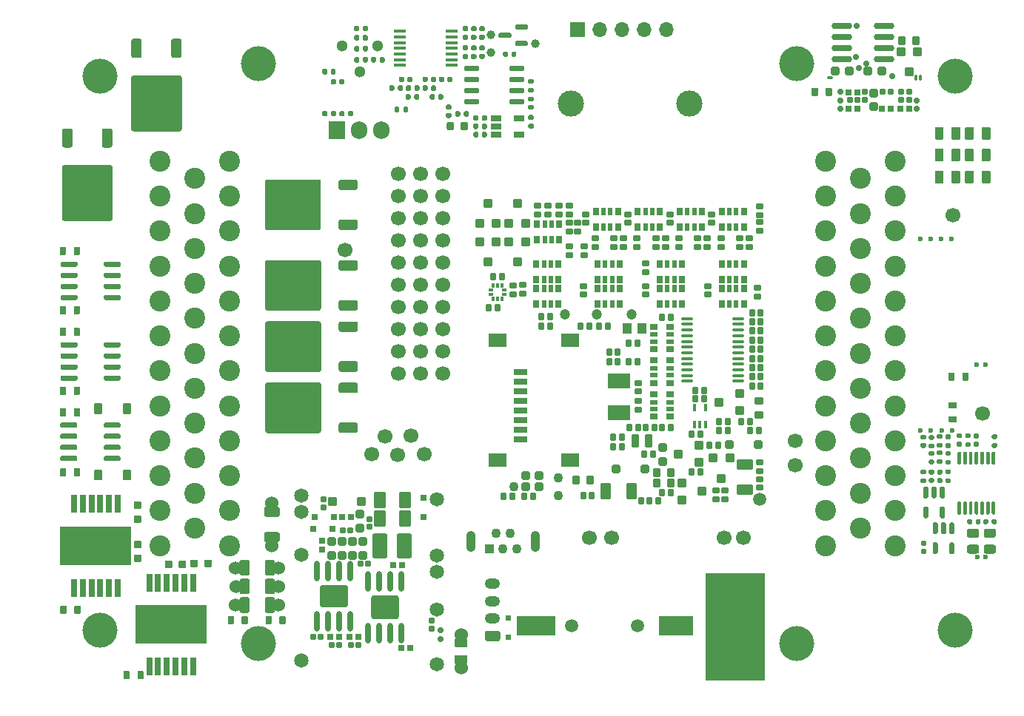
<source format=gbs>
G75*
G70*
%OFA0B0*%
%FSLAX25Y25*%
%IPPOS*%
%LPD*%
%AMOC8*
5,1,8,0,0,1.08239X$1,22.5*
%
%AMM113*
21,1,0.029130,0.018900,-0.000000,-0.000000,0.000000*
21,1,0.018900,0.029130,-0.000000,-0.000000,0.000000*
1,1,0.010240,0.009450,-0.009450*
1,1,0.010240,-0.009450,-0.009450*
1,1,0.010240,-0.009450,0.009450*
1,1,0.010240,0.009450,0.009450*
%
%AMM114*
21,1,0.025200,0.019680,-0.000000,-0.000000,90.000000*
21,1,0.015750,0.029130,-0.000000,-0.000000,90.000000*
1,1,0.009450,0.009840,0.007870*
1,1,0.009450,0.009840,-0.007870*
1,1,0.009450,-0.009840,-0.007870*
1,1,0.009450,-0.009840,0.007870*
%
%AMM115*
21,1,0.038980,0.026770,-0.000000,-0.000000,90.000000*
21,1,0.026770,0.038980,-0.000000,-0.000000,90.000000*
1,1,0.012210,0.013390,0.013390*
1,1,0.012210,0.013390,-0.013390*
1,1,0.012210,-0.013390,-0.013390*
1,1,0.012210,-0.013390,0.013390*
%
%AMM116*
21,1,0.025200,0.019680,-0.000000,-0.000000,180.000000*
21,1,0.015750,0.029130,-0.000000,-0.000000,180.000000*
1,1,0.009450,-0.007870,0.009840*
1,1,0.009450,0.007870,0.009840*
1,1,0.009450,0.007870,-0.009840*
1,1,0.009450,-0.007870,-0.009840*
%
%AMM191*
21,1,0.029530,0.026380,-0.000000,-0.000000,90.000000*
21,1,0.020470,0.035430,-0.000000,-0.000000,90.000000*
1,1,0.009060,0.013190,0.010240*
1,1,0.009060,0.013190,-0.010240*
1,1,0.009060,-0.013190,-0.010240*
1,1,0.009060,-0.013190,0.010240*
%
%AMM192*
21,1,0.021650,0.027950,-0.000000,-0.000000,90.000000*
21,1,0.014170,0.035430,-0.000000,-0.000000,90.000000*
1,1,0.007480,0.013980,0.007090*
1,1,0.007480,0.013980,-0.007090*
1,1,0.007480,-0.013980,-0.007090*
1,1,0.007480,-0.013980,0.007090*
%
%AMM195*
21,1,0.031500,0.018900,-0.000000,-0.000000,270.000000*
21,1,0.022840,0.027560,-0.000000,-0.000000,270.000000*
1,1,0.008660,-0.009450,-0.011420*
1,1,0.008660,-0.009450,0.011420*
1,1,0.008660,0.009450,0.011420*
1,1,0.008660,0.009450,-0.011420*
%
%AMM197*
21,1,0.031500,0.018900,-0.000000,-0.000000,0.000000*
21,1,0.022840,0.027560,-0.000000,-0.000000,0.000000*
1,1,0.008660,0.011420,-0.009450*
1,1,0.008660,-0.011420,-0.009450*
1,1,0.008660,-0.011420,0.009450*
1,1,0.008660,0.011420,0.009450*
%
%AMM199*
21,1,0.039370,0.030320,-0.000000,-0.000000,90.000000*
21,1,0.028350,0.041340,-0.000000,-0.000000,90.000000*
1,1,0.011020,0.015160,0.014170*
1,1,0.011020,0.015160,-0.014170*
1,1,0.011020,-0.015160,-0.014170*
1,1,0.011020,-0.015160,0.014170*
%
%AMM20*
21,1,0.041340,0.026770,0.000000,0.000000,0.000000*
21,1,0.029130,0.038980,0.000000,0.000000,0.000000*
1,1,0.012210,0.014570,-0.013390*
1,1,0.012210,-0.014570,-0.013390*
1,1,0.012210,-0.014570,0.013390*
1,1,0.012210,0.014570,0.013390*
%
%AMM202*
21,1,0.031500,0.030710,-0.000000,-0.000000,180.000000*
21,1,0.022050,0.040160,-0.000000,-0.000000,180.000000*
1,1,0.009450,-0.011020,0.015350*
1,1,0.009450,0.011020,0.015350*
1,1,0.009450,0.011020,-0.015350*
1,1,0.009450,-0.011020,-0.015350*
%
%AMM21*
21,1,0.076380,0.036220,0.000000,0.000000,90.000000*
21,1,0.061810,0.050790,0.000000,0.000000,90.000000*
1,1,0.014570,0.018110,0.030910*
1,1,0.014570,0.018110,-0.030910*
1,1,0.014570,-0.018110,-0.030910*
1,1,0.014570,-0.018110,0.030910*
%
%AMM220*
21,1,0.037400,0.026770,-0.000000,-0.000000,270.000000*
21,1,0.026770,0.037400,-0.000000,-0.000000,270.000000*
1,1,0.010630,-0.013390,-0.013390*
1,1,0.010630,-0.013390,0.013390*
1,1,0.010630,0.013390,0.013390*
1,1,0.010630,0.013390,-0.013390*
%
%AMM221*
21,1,0.029530,0.026380,-0.000000,-0.000000,180.000000*
21,1,0.020470,0.035430,-0.000000,-0.000000,180.000000*
1,1,0.009060,-0.010240,0.013190*
1,1,0.009060,0.010240,0.013190*
1,1,0.009060,0.010240,-0.013190*
1,1,0.009060,-0.010240,-0.013190*
%
%AMM222*
21,1,0.021650,0.027950,-0.000000,-0.000000,180.000000*
21,1,0.014170,0.035430,-0.000000,-0.000000,180.000000*
1,1,0.007480,-0.007090,0.013980*
1,1,0.007480,0.007090,0.013980*
1,1,0.007480,0.007090,-0.013980*
1,1,0.007480,-0.007090,-0.013980*
%
%AMM223*
21,1,0.037400,0.026770,-0.000000,-0.000000,180.000000*
21,1,0.026770,0.037400,-0.000000,-0.000000,180.000000*
1,1,0.010630,-0.013390,0.013390*
1,1,0.010630,0.013390,0.013390*
1,1,0.010630,0.013390,-0.013390*
1,1,0.010630,-0.013390,-0.013390*
%
%AMM224*
21,1,0.082680,0.045670,-0.000000,-0.000000,0.000000*
21,1,0.067320,0.061020,-0.000000,-0.000000,0.000000*
1,1,0.015350,0.033660,-0.022840*
1,1,0.015350,-0.033660,-0.022840*
1,1,0.015350,-0.033660,0.022840*
1,1,0.015350,0.033660,0.022840*
%
%AMM225*
21,1,0.062990,0.020470,-0.000000,-0.000000,0.000000*
21,1,0.053940,0.029530,-0.000000,-0.000000,0.000000*
1,1,0.009060,0.026970,-0.010240*
1,1,0.009060,-0.026970,-0.010240*
1,1,0.009060,-0.026970,0.010240*
1,1,0.009060,0.026970,0.010240*
%
%AMM226*
21,1,0.039370,0.030320,-0.000000,-0.000000,0.000000*
21,1,0.028350,0.041340,-0.000000,-0.000000,0.000000*
1,1,0.011020,0.014170,-0.015160*
1,1,0.011020,-0.014170,-0.015160*
1,1,0.011020,-0.014170,0.015160*
1,1,0.011020,0.014170,0.015160*
%
%AMM227*
21,1,0.016540,0.028980,-0.000000,-0.000000,0.000000*
21,1,0.010080,0.035430,-0.000000,-0.000000,0.000000*
1,1,0.006460,0.005040,-0.014490*
1,1,0.006460,-0.005040,-0.014490*
1,1,0.006460,-0.005040,0.014490*
1,1,0.006460,0.005040,0.014490*
%
%AMM228*
21,1,0.074800,0.036220,-0.000000,-0.000000,180.000000*
21,1,0.061810,0.049210,-0.000000,-0.000000,180.000000*
1,1,0.012990,-0.030910,0.018110*
1,1,0.012990,0.030910,0.018110*
1,1,0.012990,0.030910,-0.018110*
1,1,0.012990,-0.030910,-0.018110*
%
%AMM229*
21,1,0.039760,0.026770,-0.000000,-0.000000,180.000000*
21,1,0.029130,0.037400,-0.000000,-0.000000,180.000000*
1,1,0.010630,-0.014570,0.013390*
1,1,0.010630,0.014570,0.013390*
1,1,0.010630,0.014570,-0.013390*
1,1,0.010630,-0.014570,-0.013390*
%
%AMM230*
21,1,0.031500,0.049610,-0.000000,-0.000000,180.000000*
21,1,0.022050,0.059060,-0.000000,-0.000000,180.000000*
1,1,0.009450,-0.011020,0.024800*
1,1,0.009450,0.011020,0.024800*
1,1,0.009450,0.011020,-0.024800*
1,1,0.009450,-0.011020,-0.024800*
%
%AMM231*
21,1,0.074800,0.036220,-0.000000,-0.000000,270.000000*
21,1,0.061810,0.049210,-0.000000,-0.000000,270.000000*
1,1,0.012990,-0.018110,-0.030910*
1,1,0.012990,-0.018110,0.030910*
1,1,0.012990,0.018110,0.030910*
1,1,0.012990,0.018110,-0.030910*
%
%AMM232*
21,1,0.031500,0.030710,-0.000000,-0.000000,270.000000*
21,1,0.022050,0.040160,-0.000000,-0.000000,270.000000*
1,1,0.009450,-0.015350,-0.011020*
1,1,0.009450,-0.015350,0.011020*
1,1,0.009450,0.015350,0.011020*
1,1,0.009450,0.015350,-0.011020*
%
%AMM24*
21,1,0.029130,0.018900,0.000000,0.000000,90.000000*
21,1,0.018900,0.029130,0.000000,0.000000,90.000000*
1,1,0.010240,0.009450,0.009450*
1,1,0.010240,0.009450,-0.009450*
1,1,0.010240,-0.009450,-0.009450*
1,1,0.010240,-0.009450,0.009450*
%
%AMM244*
21,1,0.040950,0.030320,-0.000000,0.000000,0.000000*
21,1,0.028350,0.042910,-0.000000,0.000000,0.000000*
1,1,0.012600,0.014170,0.015160*
1,1,0.012600,-0.014170,0.015160*
1,1,0.012600,-0.014170,-0.015160*
1,1,0.012600,0.014170,-0.015160*
%
%AMM245*
21,1,0.038980,0.026770,-0.000000,0.000000,180.000000*
21,1,0.026770,0.038980,-0.000000,0.000000,180.000000*
1,1,0.012210,-0.013390,-0.013390*
1,1,0.012210,0.013390,-0.013390*
1,1,0.012210,0.013390,0.013390*
1,1,0.012210,-0.013390,0.013390*
%
%AMM246*
21,1,0.033070,0.030710,-0.000000,0.000000,0.000000*
21,1,0.022050,0.041730,-0.000000,0.000000,0.000000*
1,1,0.011020,0.011020,0.015350*
1,1,0.011020,-0.011020,0.015350*
1,1,0.011020,-0.011020,-0.015350*
1,1,0.011020,0.011020,-0.015350*
%
%AMM25*
21,1,0.025200,0.019680,0.000000,0.000000,0.000000*
21,1,0.015750,0.029130,0.000000,0.000000,0.000000*
1,1,0.009450,0.007870,-0.009840*
1,1,0.009450,-0.007870,-0.009840*
1,1,0.009450,-0.007870,0.009840*
1,1,0.009450,0.007870,0.009840*
%
%AMM26*
21,1,0.025200,0.019680,0.000000,0.000000,270.000000*
21,1,0.015750,0.029130,0.000000,0.000000,270.000000*
1,1,0.009450,-0.009840,-0.007870*
1,1,0.009450,-0.009840,0.007870*
1,1,0.009450,0.009840,0.007870*
1,1,0.009450,0.009840,-0.007870*
%
%AMM32*
21,1,0.029130,0.018900,0.000000,0.000000,0.000000*
21,1,0.018900,0.029130,0.000000,0.000000,0.000000*
1,1,0.010240,0.009450,-0.009450*
1,1,0.010240,-0.009450,-0.009450*
1,1,0.010240,-0.009450,0.009450*
1,1,0.010240,0.009450,0.009450*
%
%AMM33*
21,1,0.111810,0.050390,0.000000,0.000000,90.000000*
21,1,0.093700,0.068500,0.000000,0.000000,90.000000*
1,1,0.018110,0.025200,0.046850*
1,1,0.018110,0.025200,-0.046850*
1,1,0.018110,-0.025200,-0.046850*
1,1,0.018110,-0.025200,0.046850*
%
%AMM34*
21,1,0.038980,0.026770,0.000000,0.000000,270.000000*
21,1,0.026770,0.038980,0.000000,0.000000,270.000000*
1,1,0.012210,-0.013390,-0.013390*
1,1,0.012210,-0.013390,0.013390*
1,1,0.012210,0.013390,0.013390*
1,1,0.012210,0.013390,-0.013390*
%
%AMM35*
21,1,0.127560,0.075590,0.000000,0.000000,180.000000*
21,1,0.103150,0.100000,0.000000,0.000000,180.000000*
1,1,0.024410,-0.051580,0.037800*
1,1,0.024410,0.051580,0.037800*
1,1,0.024410,0.051580,-0.037800*
1,1,0.024410,-0.051580,-0.037800*
%
%AMM36*
21,1,0.123620,0.083460,0.000000,0.000000,0.000000*
21,1,0.097240,0.109840,0.000000,0.000000,0.000000*
1,1,0.026380,0.048620,-0.041730*
1,1,0.026380,-0.048620,-0.041730*
1,1,0.026380,-0.048620,0.041730*
1,1,0.026380,0.048620,0.041730*
%
%ADD10C,0.06693*%
%ADD11C,0.02756*%
%ADD114M20*%
%ADD115M21*%
%ADD118M24*%
%ADD119M25*%
%ADD12C,0.11811*%
%ADD120M26*%
%ADD121C,0.02913*%
%ADD122C,0.06457*%
%ADD130M32*%
%ADD131M33*%
%ADD132M34*%
%ADD133O,0.02520X0.09213*%
%ADD134M35*%
%ADD135M36*%
%ADD150C,0.05118*%
%ADD154R,0.07500X0.07874*%
%ADD155O,0.07500X0.07874*%
%ADD156C,0.03900*%
%ADD158R,0.05709X0.01772*%
%ADD159R,0.04803X0.02559*%
%ADD20C,0.05906*%
%ADD209C,0.04294*%
%ADD21C,0.02362*%
%ADD234R,0.01772X0.01870*%
%ADD236O,0.05354X0.01378*%
%ADD239R,0.09843X0.07087*%
%ADD240R,0.01870X0.01772*%
%ADD242R,0.04331X0.04724*%
%ADD249O,0.02520X0.01535*%
%ADD250O,0.01535X0.02520*%
%ADD252O,0.09213X0.02913*%
%ADD272M113*%
%ADD273M114*%
%ADD274M115*%
%ADD275M116*%
%ADD36R,0.04331X0.04331*%
%ADD37C,0.04331*%
%ADD38O,0.04331X0.09449*%
%ADD387M191*%
%ADD388M192*%
%ADD391M195*%
%ADD393M197*%
%ADD395M199*%
%ADD398M202*%
%ADD41C,0.09449*%
%ADD416M220*%
%ADD417M221*%
%ADD418M222*%
%ADD419M223*%
%ADD42C,0.15748*%
%ADD420M224*%
%ADD421M225*%
%ADD422M226*%
%ADD423M227*%
%ADD424M228*%
%ADD425M229*%
%ADD426M230*%
%ADD427M231*%
%ADD428M232*%
%ADD445M244*%
%ADD446M245*%
%ADD447M246*%
%ADD56R,0.06693X0.06693*%
%ADD57O,0.06693X0.06693*%
%ADD58O,0.06890X0.04724*%
%ADD59C,0.06000*%
%ADD65C,0.04724*%
%ADD67C,0.00472*%
%ADD78R,0.17323X0.09055*%
%ADD79R,0.15748X0.09055*%
%ADD80R,0.02559X0.07874*%
%ADD81R,0.31890X0.17717*%
%ADD85O,0.01969X0.00984*%
%ADD87O,0.00984X0.01969*%
X0000000Y0000000D02*
%LPD*%
G01*
D67*
X0320669Y0004468D02*
X0294291Y0004468D01*
X0294291Y0052500D01*
X0320669Y0052500D01*
X0320669Y0004468D01*
G36*
X0320669Y0004468D02*
G01*
X0294291Y0004468D01*
X0294291Y0052500D01*
X0320669Y0052500D01*
X0320669Y0004468D01*
G37*
D12*
X0233878Y0264035D03*
D10*
X0132146Y0197893D03*
X0302894Y0068445D03*
X0419114Y0124271D03*
D20*
X0173386Y0085630D03*
X0173386Y0060433D03*
X0173386Y0052952D03*
X0173386Y0036023D03*
D21*
X0175157Y0026574D03*
X0175157Y0022637D03*
D20*
X0173386Y0011417D03*
X0112362Y0087401D03*
X0112362Y0080118D03*
X0112362Y0060630D03*
X0112362Y0013189D03*
D10*
X0155886Y0105807D03*
X0242146Y0068484D03*
D21*
X0400610Y0116574D03*
X0405335Y0116574D03*
X0395886Y0116574D03*
X0391161Y0116574D03*
X0416594Y0059783D03*
X0420531Y0059783D03*
D36*
X0196949Y0063307D03*
D37*
X0200098Y0070196D03*
X0203248Y0063307D03*
X0206398Y0070196D03*
X0209547Y0063307D03*
D38*
X0188878Y0066752D03*
X0217618Y0066752D03*
D21*
X0355177Y0261791D03*
X0355177Y0265531D03*
X0355177Y0269271D03*
X0389429Y0265334D03*
X0389429Y0261791D03*
D10*
X0405650Y0213681D03*
D41*
X0379823Y0238051D03*
X0379823Y0222303D03*
X0379823Y0206555D03*
X0379823Y0190807D03*
X0379823Y0175059D03*
X0379823Y0159311D03*
X0379823Y0143563D03*
X0379823Y0127815D03*
X0379823Y0112067D03*
X0379823Y0096319D03*
X0379823Y0080570D03*
X0379823Y0064822D03*
X0364075Y0230177D03*
X0364075Y0214429D03*
X0364075Y0198681D03*
X0364075Y0182933D03*
X0364075Y0167185D03*
X0364075Y0151437D03*
X0364075Y0135689D03*
X0364075Y0119941D03*
X0364075Y0104193D03*
X0364075Y0088445D03*
X0364075Y0072696D03*
X0348327Y0238051D03*
X0348327Y0222303D03*
X0348327Y0206555D03*
X0348327Y0190807D03*
X0348327Y0175059D03*
X0348327Y0159311D03*
X0348327Y0143563D03*
X0348327Y0127815D03*
X0348327Y0112067D03*
X0348327Y0096319D03*
X0348327Y0080570D03*
X0348327Y0064822D03*
D11*
X0335335Y0288248D03*
X0339665Y0286476D03*
X0331004Y0286476D03*
X0406594Y0282342D03*
X0341437Y0282145D03*
D42*
X0335335Y0282145D03*
D11*
X0329232Y0282145D03*
X0410925Y0280570D03*
X0402264Y0280570D03*
X0339665Y0277815D03*
X0331004Y0277815D03*
X0412697Y0276240D03*
D42*
X0406594Y0276240D03*
D11*
X0400492Y0276240D03*
X0335335Y0276043D03*
X0410925Y0271909D03*
X0402264Y0271909D03*
X0406594Y0270137D03*
X0406594Y0032736D03*
X0410925Y0030964D03*
X0402264Y0030964D03*
X0335335Y0026830D03*
X0412697Y0026633D03*
D42*
X0406594Y0026633D03*
D11*
X0400492Y0026633D03*
X0339665Y0025059D03*
X0331004Y0025059D03*
X0410925Y0022303D03*
X0402264Y0022303D03*
X0341437Y0020728D03*
D42*
X0335335Y0020728D03*
D11*
X0329232Y0020728D03*
X0406594Y0020531D03*
X0339665Y0016397D03*
X0331004Y0016397D03*
X0335335Y0014626D03*
D10*
X0144075Y0105846D03*
X0334744Y0112106D03*
D12*
X0287028Y0264035D03*
D10*
X0156004Y0142382D03*
X0156004Y0152382D03*
X0156004Y0162382D03*
X0156004Y0172382D03*
X0156004Y0182382D03*
X0166004Y0142382D03*
X0166004Y0152382D03*
X0166004Y0162382D03*
X0166004Y0172382D03*
X0166004Y0182382D03*
X0176004Y0142382D03*
X0176004Y0152382D03*
X0176004Y0162382D03*
X0176004Y0172382D03*
X0176004Y0182382D03*
X0251988Y0068484D03*
X0161791Y0114193D03*
X0149980Y0114160D03*
X0311358Y0068445D03*
X0167697Y0105846D03*
D56*
X0236909Y0297185D03*
D57*
X0246909Y0297185D03*
X0256909Y0297185D03*
X0266909Y0297185D03*
X0276909Y0297185D03*
D21*
X0400433Y0203051D03*
X0405157Y0203051D03*
X0395709Y0203051D03*
X0390984Y0203051D03*
X0416417Y0146259D03*
X0420354Y0146259D03*
D41*
X0048642Y0064822D03*
X0048642Y0080570D03*
X0048642Y0096319D03*
X0048642Y0112067D03*
X0048642Y0127815D03*
X0048642Y0143563D03*
X0048642Y0159311D03*
X0048642Y0175059D03*
X0048642Y0190807D03*
X0048642Y0206555D03*
X0048642Y0222303D03*
X0048642Y0238051D03*
X0064390Y0072696D03*
X0064390Y0088445D03*
X0064390Y0104193D03*
X0064390Y0119941D03*
X0064390Y0135689D03*
X0064390Y0151437D03*
X0064390Y0167185D03*
X0064390Y0182933D03*
X0064390Y0198681D03*
X0064390Y0214429D03*
X0064390Y0230177D03*
X0080138Y0064822D03*
X0080138Y0080570D03*
X0080138Y0096319D03*
X0080138Y0112067D03*
X0080138Y0127815D03*
X0080138Y0143563D03*
X0080138Y0159311D03*
X0080138Y0175059D03*
X0080138Y0190807D03*
X0080138Y0206555D03*
X0080138Y0222303D03*
X0080138Y0238051D03*
D11*
X0093130Y0014626D03*
X0088799Y0016397D03*
X0097461Y0016397D03*
X0021870Y0020531D03*
X0087028Y0020728D03*
D42*
X0093130Y0020728D03*
D11*
X0099232Y0020728D03*
X0017539Y0022303D03*
X0026201Y0022303D03*
X0088799Y0025059D03*
X0097461Y0025059D03*
X0015768Y0026633D03*
D42*
X0021870Y0026633D03*
D11*
X0027972Y0026633D03*
X0093130Y0026830D03*
X0017539Y0030964D03*
X0026201Y0030964D03*
X0021870Y0032736D03*
X0021870Y0270137D03*
X0017539Y0271909D03*
X0026201Y0271909D03*
X0093130Y0276043D03*
X0015768Y0276240D03*
D42*
X0021870Y0276240D03*
D11*
X0027972Y0276240D03*
X0088799Y0277815D03*
X0097461Y0277815D03*
X0017539Y0280570D03*
X0026201Y0280570D03*
X0087028Y0282145D03*
D42*
X0093130Y0282145D03*
D11*
X0099232Y0282145D03*
X0021870Y0282342D03*
X0088799Y0286476D03*
X0097461Y0286476D03*
X0093130Y0288248D03*
G36*
G01*
X0200984Y0021673D02*
X0196063Y0021673D01*
G75*
G02*
X0195079Y0022657I0000000J0000984D01*
G01*
X0195079Y0025413D01*
G75*
G02*
X0196063Y0026397I0000984J0000000D01*
G01*
X0200984Y0026397D01*
G75*
G02*
X0201969Y0025413I0000000J-000984D01*
G01*
X0201969Y0022657D01*
G75*
G02*
X0200984Y0021673I-000984J0000000D01*
G01*
G37*
D58*
X0198524Y0031909D03*
X0198524Y0039783D03*
X0198524Y0047657D03*
D10*
X0334744Y0101161D03*
X0156004Y0192382D03*
X0156004Y0202382D03*
X0156004Y0212382D03*
X0156004Y0222382D03*
X0156004Y0232382D03*
X0166004Y0192382D03*
X0166004Y0202382D03*
X0166004Y0212382D03*
X0166004Y0222382D03*
X0166004Y0232382D03*
X0176004Y0192382D03*
X0176004Y0202382D03*
X0176004Y0212382D03*
X0176004Y0222382D03*
X0176004Y0232382D03*
G36*
G01*
X0409036Y0253070D02*
X0409036Y0248149D01*
G75*
G02*
X0408642Y0247756I-000394J0000000D01*
G01*
X0405492Y0247756D01*
G75*
G02*
X0405099Y0248149I0000000J0000394D01*
G01*
X0405099Y0253070D01*
G75*
G02*
X0405492Y0253464I0000394J0000000D01*
G01*
X0408642Y0253464D01*
G75*
G02*
X0409036Y0253070I0000000J-000394D01*
G01*
G37*
G36*
G01*
X0401555Y0253070D02*
X0401555Y0248149D01*
G75*
G02*
X0401161Y0247756I-000394J0000000D01*
G01*
X0398012Y0247756D01*
G75*
G02*
X0397618Y0248149I0000000J0000394D01*
G01*
X0397618Y0253070D01*
G75*
G02*
X0398012Y0253464I0000394J0000000D01*
G01*
X0401161Y0253464D01*
G75*
G02*
X0401555Y0253070I0000000J-000394D01*
G01*
G37*
G36*
G01*
X0409036Y0243228D02*
X0409036Y0238307D01*
G75*
G02*
X0408642Y0237913I-000394J0000000D01*
G01*
X0405492Y0237913D01*
G75*
G02*
X0405099Y0238307I0000000J0000394D01*
G01*
X0405099Y0243228D01*
G75*
G02*
X0405492Y0243622I0000394J0000000D01*
G01*
X0408642Y0243622D01*
G75*
G02*
X0409036Y0243228I0000000J-000394D01*
G01*
G37*
G36*
G01*
X0401555Y0243228D02*
X0401555Y0238307D01*
G75*
G02*
X0401161Y0237913I-000394J0000000D01*
G01*
X0398012Y0237913D01*
G75*
G02*
X0397618Y0238307I0000000J0000394D01*
G01*
X0397618Y0243228D01*
G75*
G02*
X0398012Y0243622I0000394J0000000D01*
G01*
X0401161Y0243622D01*
G75*
G02*
X0401555Y0243228I0000000J-000394D01*
G01*
G37*
G36*
G01*
X0019134Y0094547D02*
X0019134Y0098563D01*
G75*
G02*
X0019488Y0098917I0000354J0000000D01*
G01*
X0022323Y0098917D01*
G75*
G02*
X0022677Y0098563I0000000J-000354D01*
G01*
X0022677Y0094547D01*
G75*
G02*
X0022323Y0094193I-000354J0000000D01*
G01*
X0019488Y0094193D01*
G75*
G02*
X0019134Y0094547I0000000J0000354D01*
G01*
G37*
G36*
G01*
X0032126Y0094547D02*
X0032126Y0098563D01*
G75*
G02*
X0032480Y0098917I0000354J0000000D01*
G01*
X0035315Y0098917D01*
G75*
G02*
X0035669Y0098563I0000000J-000354D01*
G01*
X0035669Y0094547D01*
G75*
G02*
X0035315Y0094193I-000354J0000000D01*
G01*
X0032480Y0094193D01*
G75*
G02*
X0032126Y0094547I0000000J0000354D01*
G01*
G37*
D20*
X0234075Y0028563D03*
X0263602Y0028563D03*
D78*
X0217933Y0028563D03*
D79*
X0280925Y0028563D03*
D59*
X0102185Y0038011D03*
G36*
G01*
X0099606Y0034468D02*
X0096890Y0034468D01*
G75*
G02*
X0095984Y0035374I0000000J0000906D01*
G01*
X0095984Y0040649D01*
G75*
G02*
X0096890Y0041555I0000906J0000000D01*
G01*
X0099606Y0041555D01*
G75*
G02*
X0100512Y0040649I0000000J-000906D01*
G01*
X0100512Y0035374D01*
G75*
G02*
X0099606Y0034468I-000906J0000000D01*
G01*
G37*
G36*
G01*
X0088189Y0034468D02*
X0085472Y0034468D01*
G75*
G02*
X0084567Y0035374I0000000J0000906D01*
G01*
X0084567Y0040649D01*
G75*
G02*
X0085472Y0041555I0000906J0000000D01*
G01*
X0088189Y0041555D01*
G75*
G02*
X0089094Y0040649I0000000J-000906D01*
G01*
X0089094Y0035374D01*
G75*
G02*
X0088189Y0034468I-000906J0000000D01*
G01*
G37*
X0082894Y0038011D03*
G36*
G01*
X0050984Y0054921D02*
X0050984Y0057598D01*
G75*
G02*
X0051319Y0057933I0000335J0000000D01*
G01*
X0053996Y0057933D01*
G75*
G02*
X0054331Y0057598I0000000J-000335D01*
G01*
X0054331Y0054921D01*
G75*
G02*
X0053996Y0054586I-000335J0000000D01*
G01*
X0051319Y0054586D01*
G75*
G02*
X0050984Y0054921I0000000J0000335D01*
G01*
G37*
G36*
G01*
X0057205Y0054921D02*
X0057205Y0057598D01*
G75*
G02*
X0057539Y0057933I0000335J0000000D01*
G01*
X0060217Y0057933D01*
G75*
G02*
X0060551Y0057598I0000000J-000335D01*
G01*
X0060551Y0054921D01*
G75*
G02*
X0060217Y0054586I-000335J0000000D01*
G01*
X0057539Y0054586D01*
G75*
G02*
X0057205Y0054921I0000000J0000335D01*
G01*
G37*
G36*
G01*
X0005659Y0252815D02*
X0008415Y0252815D01*
G75*
G02*
X0009400Y0251830I0000000J-000984D01*
G01*
X0009400Y0245137D01*
G75*
G02*
X0008415Y0244153I-000984J0000000D01*
G01*
X0005659Y0244153D01*
G75*
G02*
X0004675Y0245137I0000000J0000984D01*
G01*
X0004675Y0251830D01*
G75*
G02*
X0005659Y0252815I0000984J0000000D01*
G01*
G37*
G36*
G01*
X0005581Y0236279D02*
X0026447Y0236279D01*
G75*
G02*
X0027431Y0235295I0000000J-000984D01*
G01*
X0027431Y0212067D01*
G75*
G02*
X0026447Y0211082I-000984J0000000D01*
G01*
X0005581Y0211082D01*
G75*
G02*
X0004596Y0212067I0000000J0000984D01*
G01*
X0004596Y0235295D01*
G75*
G02*
X0005581Y0236279I0000984J0000000D01*
G01*
G37*
G36*
G01*
X0023612Y0252815D02*
X0026368Y0252815D01*
G75*
G02*
X0027352Y0251830I0000000J-000984D01*
G01*
X0027352Y0245137D01*
G75*
G02*
X0026368Y0244153I-000984J0000000D01*
G01*
X0023612Y0244153D01*
G75*
G02*
X0022628Y0245137I0000000J0000984D01*
G01*
X0022628Y0251830D01*
G75*
G02*
X0023612Y0252815I0000984J0000000D01*
G01*
G37*
G36*
G01*
X0137874Y0137263D02*
X0137874Y0134508D01*
G75*
G02*
X0136890Y0133523I-000984J0000000D01*
G01*
X0130197Y0133523D01*
G75*
G02*
X0129213Y0134508I0000000J0000984D01*
G01*
X0129213Y0137263D01*
G75*
G02*
X0130197Y0138248I0000984J0000000D01*
G01*
X0136890Y0138248D01*
G75*
G02*
X0137874Y0137263I0000000J-000984D01*
G01*
G37*
G36*
G01*
X0121339Y0137342D02*
X0121339Y0116476D01*
G75*
G02*
X0120354Y0115492I-000984J0000000D01*
G01*
X0097126Y0115492D01*
G75*
G02*
X0096142Y0116476I0000000J0000984D01*
G01*
X0096142Y0137342D01*
G75*
G02*
X0097126Y0138326I0000984J0000000D01*
G01*
X0120354Y0138326D01*
G75*
G02*
X0121339Y0137342I0000000J-000984D01*
G01*
G37*
G36*
G01*
X0137874Y0119311D02*
X0137874Y0116555D01*
G75*
G02*
X0136890Y0115570I-000984J0000000D01*
G01*
X0130197Y0115570D01*
G75*
G02*
X0129213Y0116555I0000000J0000984D01*
G01*
X0129213Y0119311D01*
G75*
G02*
X0130197Y0120295I0000984J0000000D01*
G01*
X0136890Y0120295D01*
G75*
G02*
X0137874Y0119311I0000000J-000984D01*
G01*
G37*
G36*
G01*
X0003681Y0196043D02*
X0003681Y0199114D01*
G75*
G02*
X0003957Y0199389I0000276J0000000D01*
G01*
X0006161Y0199389D01*
G75*
G02*
X0006437Y0199114I0000000J-000276D01*
G01*
X0006437Y0196043D01*
G75*
G02*
X0006161Y0195767I-000276J0000000D01*
G01*
X0003957Y0195767D01*
G75*
G02*
X0003681Y0196043I0000000J0000276D01*
G01*
G37*
G36*
G01*
X0009980Y0196043D02*
X0009980Y0199114D01*
G75*
G02*
X0010256Y0199389I0000276J0000000D01*
G01*
X0012461Y0199389D01*
G75*
G02*
X0012736Y0199114I0000000J-000276D01*
G01*
X0012736Y0196043D01*
G75*
G02*
X0012461Y0195767I-000276J0000000D01*
G01*
X0010256Y0195767D01*
G75*
G02*
X0009980Y0196043I0000000J0000276D01*
G01*
G37*
G36*
G01*
X0403720Y0139429D02*
X0403720Y0142500D01*
G75*
G02*
X0403996Y0142775I0000276J0000000D01*
G01*
X0406201Y0142775D01*
G75*
G02*
X0406476Y0142500I0000000J-000276D01*
G01*
X0406476Y0139429D01*
G75*
G02*
X0406201Y0139153I-000276J0000000D01*
G01*
X0403996Y0139153D01*
G75*
G02*
X0403720Y0139429I0000000J0000276D01*
G01*
G37*
G36*
G01*
X0410020Y0139429D02*
X0410020Y0142500D01*
G75*
G02*
X0410295Y0142775I0000276J0000000D01*
G01*
X0412500Y0142775D01*
G75*
G02*
X0412776Y0142500I0000000J-000276D01*
G01*
X0412776Y0139429D01*
G75*
G02*
X0412500Y0139153I-000276J0000000D01*
G01*
X0410295Y0139153D01*
G75*
G02*
X0410020Y0139429I0000000J0000276D01*
G01*
G37*
X0102224Y0046397D03*
G36*
G01*
X0099646Y0042854D02*
X0096929Y0042854D01*
G75*
G02*
X0096024Y0043759I0000000J0000906D01*
G01*
X0096024Y0049035D01*
G75*
G02*
X0096929Y0049941I0000906J0000000D01*
G01*
X0099646Y0049941D01*
G75*
G02*
X0100551Y0049035I0000000J-000906D01*
G01*
X0100551Y0043759D01*
G75*
G02*
X0099646Y0042854I-000906J0000000D01*
G01*
G37*
G36*
G01*
X0088228Y0042854D02*
X0085512Y0042854D01*
G75*
G02*
X0084606Y0043759I0000000J0000906D01*
G01*
X0084606Y0049035D01*
G75*
G02*
X0085512Y0049941I0000906J0000000D01*
G01*
X0088228Y0049941D01*
G75*
G02*
X0089134Y0049035I0000000J-000906D01*
G01*
X0089134Y0043759D01*
G75*
G02*
X0088228Y0042854I-000906J0000000D01*
G01*
G37*
X0082933Y0046397D03*
G36*
G01*
X0137835Y0192421D02*
X0137835Y0189665D01*
G75*
G02*
X0136850Y0188681I-000984J0000000D01*
G01*
X0130157Y0188681D01*
G75*
G02*
X0129173Y0189665I0000000J0000984D01*
G01*
X0129173Y0192421D01*
G75*
G02*
X0130157Y0193405I0000984J0000000D01*
G01*
X0136850Y0193405D01*
G75*
G02*
X0137835Y0192421I0000000J-000984D01*
G01*
G37*
G36*
G01*
X0121299Y0192500D02*
X0121299Y0171633D01*
G75*
G02*
X0120315Y0170649I-000984J0000000D01*
G01*
X0097087Y0170649D01*
G75*
G02*
X0096102Y0171633I0000000J0000984D01*
G01*
X0096102Y0192500D01*
G75*
G02*
X0097087Y0193484I0000984J0000000D01*
G01*
X0120315Y0193484D01*
G75*
G02*
X0121299Y0192500I0000000J-000984D01*
G01*
G37*
G36*
G01*
X0137835Y0174468D02*
X0137835Y0171712D01*
G75*
G02*
X0136850Y0170728I-000984J0000000D01*
G01*
X0130157Y0170728D01*
G75*
G02*
X0129173Y0171712I0000000J0000984D01*
G01*
X0129173Y0174468D01*
G75*
G02*
X0130157Y0175452I0000984J0000000D01*
G01*
X0136850Y0175452D01*
G75*
G02*
X0137835Y0174468I0000000J-000984D01*
G01*
G37*
X0184272Y0009685D03*
G36*
G01*
X0186732Y0011476D02*
X0181811Y0011476D01*
G75*
G02*
X0181417Y0011870I0000000J0000394D01*
G01*
X0181417Y0015019D01*
G75*
G02*
X0181811Y0015413I0000394J0000000D01*
G01*
X0186732Y0015413D01*
G75*
G02*
X0187126Y0015019I0000000J-000394D01*
G01*
X0187126Y0011870D01*
G75*
G02*
X0186732Y0011476I-000394J0000000D01*
G01*
G37*
G36*
G01*
X0186732Y0018956D02*
X0181811Y0018956D01*
G75*
G02*
X0181417Y0019350I0000000J0000394D01*
G01*
X0181417Y0022500D01*
G75*
G02*
X0181811Y0022893I0000394J0000000D01*
G01*
X0186732Y0022893D01*
G75*
G02*
X0187126Y0022500I0000000J-000394D01*
G01*
X0187126Y0019350D01*
G75*
G02*
X0186732Y0018956I-000394J0000000D01*
G01*
G37*
X0184272Y0024685D03*
G36*
G01*
X0003957Y0176023D02*
X0003957Y0177204D01*
G75*
G02*
X0004547Y0177795I0000591J0000000D01*
G01*
X0011043Y0177795D01*
G75*
G02*
X0011634Y0177204I0000000J-000591D01*
G01*
X0011634Y0176023D01*
G75*
G02*
X0011043Y0175433I-000591J0000000D01*
G01*
X0004547Y0175433D01*
G75*
G02*
X0003957Y0176023I0000000J0000591D01*
G01*
G37*
G36*
G01*
X0003957Y0181023D02*
X0003957Y0182204D01*
G75*
G02*
X0004547Y0182795I0000591J0000000D01*
G01*
X0011043Y0182795D01*
G75*
G02*
X0011634Y0182204I0000000J-000591D01*
G01*
X0011634Y0181023D01*
G75*
G02*
X0011043Y0180433I-000591J0000000D01*
G01*
X0004547Y0180433D01*
G75*
G02*
X0003957Y0181023I0000000J0000591D01*
G01*
G37*
G36*
G01*
X0003957Y0186023D02*
X0003957Y0187204D01*
G75*
G02*
X0004547Y0187795I0000591J0000000D01*
G01*
X0011043Y0187795D01*
G75*
G02*
X0011634Y0187204I0000000J-000591D01*
G01*
X0011634Y0186023D01*
G75*
G02*
X0011043Y0185433I-000591J0000000D01*
G01*
X0004547Y0185433D01*
G75*
G02*
X0003957Y0186023I0000000J0000591D01*
G01*
G37*
G36*
G01*
X0003957Y0191023D02*
X0003957Y0192204D01*
G75*
G02*
X0004547Y0192795I0000591J0000000D01*
G01*
X0011043Y0192795D01*
G75*
G02*
X0011634Y0192204I0000000J-000591D01*
G01*
X0011634Y0191023D01*
G75*
G02*
X0011043Y0190433I-000591J0000000D01*
G01*
X0004547Y0190433D01*
G75*
G02*
X0003957Y0191023I0000000J0000591D01*
G01*
G37*
G36*
G01*
X0023445Y0191023D02*
X0023445Y0192204D01*
G75*
G02*
X0024035Y0192795I0000591J0000000D01*
G01*
X0030531Y0192795D01*
G75*
G02*
X0031122Y0192204I0000000J-000591D01*
G01*
X0031122Y0191023D01*
G75*
G02*
X0030531Y0190433I-000591J0000000D01*
G01*
X0024035Y0190433D01*
G75*
G02*
X0023445Y0191023I0000000J0000591D01*
G01*
G37*
G36*
G01*
X0023445Y0186023D02*
X0023445Y0187204D01*
G75*
G02*
X0024035Y0187795I0000591J0000000D01*
G01*
X0030531Y0187795D01*
G75*
G02*
X0031122Y0187204I0000000J-000591D01*
G01*
X0031122Y0186023D01*
G75*
G02*
X0030531Y0185433I-000591J0000000D01*
G01*
X0024035Y0185433D01*
G75*
G02*
X0023445Y0186023I0000000J0000591D01*
G01*
G37*
G36*
G01*
X0023445Y0181023D02*
X0023445Y0182204D01*
G75*
G02*
X0024035Y0182795I0000591J0000000D01*
G01*
X0030531Y0182795D01*
G75*
G02*
X0031122Y0182204I0000000J-000591D01*
G01*
X0031122Y0181023D01*
G75*
G02*
X0030531Y0180433I-000591J0000000D01*
G01*
X0024035Y0180433D01*
G75*
G02*
X0023445Y0181023I0000000J0000591D01*
G01*
G37*
G36*
G01*
X0023445Y0176023D02*
X0023445Y0177204D01*
G75*
G02*
X0024035Y0177795I0000591J0000000D01*
G01*
X0030531Y0177795D01*
G75*
G02*
X0031122Y0177204I0000000J-000591D01*
G01*
X0031122Y0176023D01*
G75*
G02*
X0030531Y0175433I-000591J0000000D01*
G01*
X0024035Y0175433D01*
G75*
G02*
X0023445Y0176023I0000000J0000591D01*
G01*
G37*
G36*
G01*
X0422618Y0253070D02*
X0422618Y0248149D01*
G75*
G02*
X0422224Y0247756I-000394J0000000D01*
G01*
X0419075Y0247756D01*
G75*
G02*
X0418681Y0248149I0000000J0000394D01*
G01*
X0418681Y0253070D01*
G75*
G02*
X0419075Y0253464I0000394J0000000D01*
G01*
X0422224Y0253464D01*
G75*
G02*
X0422618Y0253070I0000000J-000394D01*
G01*
G37*
G36*
G01*
X0415138Y0253070D02*
X0415138Y0248149D01*
G75*
G02*
X0414744Y0247756I-000394J0000000D01*
G01*
X0411594Y0247756D01*
G75*
G02*
X0411201Y0248149I0000000J0000394D01*
G01*
X0411201Y0253070D01*
G75*
G02*
X0411594Y0253464I0000394J0000000D01*
G01*
X0414744Y0253464D01*
G75*
G02*
X0415138Y0253070I0000000J-000394D01*
G01*
G37*
G36*
G01*
X0012972Y0037460D02*
X0012972Y0034389D01*
G75*
G02*
X0012697Y0034114I-000276J0000000D01*
G01*
X0010492Y0034114D01*
G75*
G02*
X0010217Y0034389I0000000J0000276D01*
G01*
X0010217Y0037460D01*
G75*
G02*
X0010492Y0037736I0000276J0000000D01*
G01*
X0012697Y0037736D01*
G75*
G02*
X0012972Y0037460I0000000J-000276D01*
G01*
G37*
G36*
G01*
X0006673Y0037460D02*
X0006673Y0034389D01*
G75*
G02*
X0006398Y0034114I-000276J0000000D01*
G01*
X0004193Y0034114D01*
G75*
G02*
X0003917Y0034389I0000000J0000276D01*
G01*
X0003917Y0037460D01*
G75*
G02*
X0004193Y0037736I0000276J0000000D01*
G01*
X0006398Y0037736D01*
G75*
G02*
X0006673Y0037460I0000000J-000276D01*
G01*
G37*
G36*
G01*
X0037421Y0066968D02*
X0040098Y0066968D01*
G75*
G02*
X0040433Y0066633I0000000J-000335D01*
G01*
X0040433Y0063956D01*
G75*
G02*
X0040098Y0063622I-000335J0000000D01*
G01*
X0037421Y0063622D01*
G75*
G02*
X0037087Y0063956I0000000J0000335D01*
G01*
X0037087Y0066633D01*
G75*
G02*
X0037421Y0066968I0000335J0000000D01*
G01*
G37*
G36*
G01*
X0037421Y0060748D02*
X0040098Y0060748D01*
G75*
G02*
X0040433Y0060413I0000000J-000335D01*
G01*
X0040433Y0057736D01*
G75*
G02*
X0040098Y0057401I-000335J0000000D01*
G01*
X0037421Y0057401D01*
G75*
G02*
X0037087Y0057736I0000000J0000335D01*
G01*
X0037087Y0060413D01*
G75*
G02*
X0037421Y0060748I0000335J0000000D01*
G01*
G37*
G36*
G01*
X0204390Y0031240D02*
X0204390Y0033130D01*
G75*
G02*
X0204626Y0033366I0000236J0000000D01*
G01*
X0206516Y0033366D01*
G75*
G02*
X0206752Y0033130I0000000J-000236D01*
G01*
X0206752Y0031240D01*
G75*
G02*
X0206516Y0031004I-000236J0000000D01*
G01*
X0204626Y0031004D01*
G75*
G02*
X0204390Y0031240I0000000J0000236D01*
G01*
G37*
G36*
G01*
X0204390Y0022578D02*
X0204390Y0024468D01*
G75*
G02*
X0204626Y0024704I0000236J0000000D01*
G01*
X0206516Y0024704D01*
G75*
G02*
X0206752Y0024468I0000000J-000236D01*
G01*
X0206752Y0022578D01*
G75*
G02*
X0206516Y0022342I-000236J0000000D01*
G01*
X0204626Y0022342D01*
G75*
G02*
X0204390Y0022578I0000000J0000236D01*
G01*
G37*
D80*
X0010059Y0083582D03*
X0013996Y0083582D03*
X0017933Y0083582D03*
X0021870Y0083582D03*
X0025807Y0083582D03*
X0029744Y0083582D03*
X0029744Y0045787D03*
X0025807Y0045787D03*
X0021870Y0045787D03*
X0017933Y0045787D03*
X0013996Y0045787D03*
X0010059Y0045787D03*
D81*
X0019902Y0064685D03*
G36*
G01*
X0003681Y0169350D02*
X0003681Y0172421D01*
G75*
G02*
X0003957Y0172696I0000276J0000000D01*
G01*
X0006161Y0172696D01*
G75*
G02*
X0006437Y0172421I0000000J-000276D01*
G01*
X0006437Y0169350D01*
G75*
G02*
X0006161Y0169074I-000276J0000000D01*
G01*
X0003957Y0169074D01*
G75*
G02*
X0003681Y0169350I0000000J0000276D01*
G01*
G37*
G36*
G01*
X0009980Y0169350D02*
X0009980Y0172421D01*
G75*
G02*
X0010256Y0172696I0000276J0000000D01*
G01*
X0012461Y0172696D01*
G75*
G02*
X0012736Y0172421I0000000J-000276D01*
G01*
X0012736Y0169350D01*
G75*
G02*
X0012461Y0169074I-000276J0000000D01*
G01*
X0010256Y0169074D01*
G75*
G02*
X0009980Y0169350I0000000J0000276D01*
G01*
G37*
D59*
X0099154Y0064665D03*
G36*
G01*
X0095610Y0067244D02*
X0095610Y0069960D01*
G75*
G02*
X0096516Y0070866I0000906J0000000D01*
G01*
X0101791Y0070866D01*
G75*
G02*
X0102697Y0069960I0000000J-000906D01*
G01*
X0102697Y0067244D01*
G75*
G02*
X0101791Y0066338I-000906J0000000D01*
G01*
X0096516Y0066338D01*
G75*
G02*
X0095610Y0067244I0000000J0000906D01*
G01*
G37*
G36*
G01*
X0095610Y0078661D02*
X0095610Y0081378D01*
G75*
G02*
X0096516Y0082283I0000906J0000000D01*
G01*
X0101791Y0082283D01*
G75*
G02*
X0102697Y0081378I0000000J-000906D01*
G01*
X0102697Y0078661D01*
G75*
G02*
X0101791Y0077756I-000906J0000000D01*
G01*
X0096516Y0077756D01*
G75*
G02*
X0095610Y0078661I0000000J0000906D01*
G01*
G37*
X0099154Y0083956D03*
D85*
X0350413Y0275561D03*
D87*
X0391161Y0275758D03*
X0389193Y0275758D03*
D21*
X0363406Y0279891D03*
X0366850Y0281958D03*
X0362224Y0284911D03*
X0362520Y0298887D03*
G36*
G01*
X0037264Y0084626D02*
X0039941Y0084626D01*
G75*
G02*
X0040276Y0084291I0000000J-000335D01*
G01*
X0040276Y0081614D01*
G75*
G02*
X0039941Y0081279I-000335J0000000D01*
G01*
X0037264Y0081279D01*
G75*
G02*
X0036929Y0081614I0000000J0000335D01*
G01*
X0036929Y0084291D01*
G75*
G02*
X0037264Y0084626I0000335J0000000D01*
G01*
G37*
G36*
G01*
X0037264Y0078405D02*
X0039941Y0078405D01*
G75*
G02*
X0040276Y0078070I0000000J-000335D01*
G01*
X0040276Y0075393D01*
G75*
G02*
X0039941Y0075059I-000335J0000000D01*
G01*
X0037264Y0075059D01*
G75*
G02*
X0036929Y0075393I0000000J0000335D01*
G01*
X0036929Y0078070D01*
G75*
G02*
X0037264Y0078405I0000335J0000000D01*
G01*
G37*
G36*
G01*
X0003957Y0139724D02*
X0003957Y0140905D01*
G75*
G02*
X0004547Y0141496I0000591J0000000D01*
G01*
X0011043Y0141496D01*
G75*
G02*
X0011634Y0140905I0000000J-000591D01*
G01*
X0011634Y0139724D01*
G75*
G02*
X0011043Y0139133I-000591J0000000D01*
G01*
X0004547Y0139133D01*
G75*
G02*
X0003957Y0139724I0000000J0000591D01*
G01*
G37*
G36*
G01*
X0003957Y0144724D02*
X0003957Y0145905D01*
G75*
G02*
X0004547Y0146496I0000591J0000000D01*
G01*
X0011043Y0146496D01*
G75*
G02*
X0011634Y0145905I0000000J-000591D01*
G01*
X0011634Y0144724D01*
G75*
G02*
X0011043Y0144133I-000591J0000000D01*
G01*
X0004547Y0144133D01*
G75*
G02*
X0003957Y0144724I0000000J0000591D01*
G01*
G37*
G36*
G01*
X0003957Y0149724D02*
X0003957Y0150905D01*
G75*
G02*
X0004547Y0151496I0000591J0000000D01*
G01*
X0011043Y0151496D01*
G75*
G02*
X0011634Y0150905I0000000J-000591D01*
G01*
X0011634Y0149724D01*
G75*
G02*
X0011043Y0149133I-000591J0000000D01*
G01*
X0004547Y0149133D01*
G75*
G02*
X0003957Y0149724I0000000J0000591D01*
G01*
G37*
G36*
G01*
X0003957Y0154724D02*
X0003957Y0155905D01*
G75*
G02*
X0004547Y0156496I0000591J0000000D01*
G01*
X0011043Y0156496D01*
G75*
G02*
X0011634Y0155905I0000000J-000591D01*
G01*
X0011634Y0154724D01*
G75*
G02*
X0011043Y0154133I-000591J0000000D01*
G01*
X0004547Y0154133D01*
G75*
G02*
X0003957Y0154724I0000000J0000591D01*
G01*
G37*
G36*
G01*
X0023445Y0154724D02*
X0023445Y0155905D01*
G75*
G02*
X0024035Y0156496I0000591J0000000D01*
G01*
X0030531Y0156496D01*
G75*
G02*
X0031122Y0155905I0000000J-000591D01*
G01*
X0031122Y0154724D01*
G75*
G02*
X0030531Y0154133I-000591J0000000D01*
G01*
X0024035Y0154133D01*
G75*
G02*
X0023445Y0154724I0000000J0000591D01*
G01*
G37*
G36*
G01*
X0023445Y0149724D02*
X0023445Y0150905D01*
G75*
G02*
X0024035Y0151496I0000591J0000000D01*
G01*
X0030531Y0151496D01*
G75*
G02*
X0031122Y0150905I0000000J-000591D01*
G01*
X0031122Y0149724D01*
G75*
G02*
X0030531Y0149133I-000591J0000000D01*
G01*
X0024035Y0149133D01*
G75*
G02*
X0023445Y0149724I0000000J0000591D01*
G01*
G37*
G36*
G01*
X0023445Y0144724D02*
X0023445Y0145905D01*
G75*
G02*
X0024035Y0146496I0000591J0000000D01*
G01*
X0030531Y0146496D01*
G75*
G02*
X0031122Y0145905I0000000J-000591D01*
G01*
X0031122Y0144724D01*
G75*
G02*
X0030531Y0144133I-000591J0000000D01*
G01*
X0024035Y0144133D01*
G75*
G02*
X0023445Y0144724I0000000J0000591D01*
G01*
G37*
G36*
G01*
X0023445Y0139724D02*
X0023445Y0140905D01*
G75*
G02*
X0024035Y0141496I0000591J0000000D01*
G01*
X0030531Y0141496D01*
G75*
G02*
X0031122Y0140905I0000000J-000591D01*
G01*
X0031122Y0139724D01*
G75*
G02*
X0030531Y0139133I-000591J0000000D01*
G01*
X0024035Y0139133D01*
G75*
G02*
X0023445Y0139724I0000000J0000591D01*
G01*
G37*
G36*
G01*
X0003681Y0159586D02*
X0003681Y0162657D01*
G75*
G02*
X0003957Y0162933I0000276J0000000D01*
G01*
X0006161Y0162933D01*
G75*
G02*
X0006437Y0162657I0000000J-000276D01*
G01*
X0006437Y0159586D01*
G75*
G02*
X0006161Y0159311I-000276J0000000D01*
G01*
X0003957Y0159311D01*
G75*
G02*
X0003681Y0159586I0000000J0000276D01*
G01*
G37*
G36*
G01*
X0009980Y0159586D02*
X0009980Y0162657D01*
G75*
G02*
X0010256Y0162933I0000276J0000000D01*
G01*
X0012461Y0162933D01*
G75*
G02*
X0012736Y0162657I0000000J-000276D01*
G01*
X0012736Y0159586D01*
G75*
G02*
X0012461Y0159311I-000276J0000000D01*
G01*
X0010256Y0159311D01*
G75*
G02*
X0009980Y0159586I0000000J0000276D01*
G01*
G37*
G36*
G01*
X0079272Y0029665D02*
X0079272Y0032736D01*
G75*
G02*
X0079547Y0033011I0000276J0000000D01*
G01*
X0081752Y0033011D01*
G75*
G02*
X0082028Y0032736I0000000J-000276D01*
G01*
X0082028Y0029665D01*
G75*
G02*
X0081752Y0029389I-000276J0000000D01*
G01*
X0079547Y0029389D01*
G75*
G02*
X0079272Y0029665I0000000J0000276D01*
G01*
G37*
G36*
G01*
X0085571Y0029665D02*
X0085571Y0032736D01*
G75*
G02*
X0085846Y0033011I0000276J0000000D01*
G01*
X0088051Y0033011D01*
G75*
G02*
X0088327Y0032736I0000000J-000276D01*
G01*
X0088327Y0029665D01*
G75*
G02*
X0088051Y0029389I-000276J0000000D01*
G01*
X0085846Y0029389D01*
G75*
G02*
X0085571Y0029665I0000000J0000276D01*
G01*
G37*
G36*
G01*
X0422618Y0233385D02*
X0422618Y0228464D01*
G75*
G02*
X0422224Y0228070I-000394J0000000D01*
G01*
X0419075Y0228070D01*
G75*
G02*
X0418681Y0228464I0000000J0000394D01*
G01*
X0418681Y0233385D01*
G75*
G02*
X0419075Y0233779I0000394J0000000D01*
G01*
X0422224Y0233779D01*
G75*
G02*
X0422618Y0233385I0000000J-000394D01*
G01*
G37*
G36*
G01*
X0415138Y0233385D02*
X0415138Y0228464D01*
G75*
G02*
X0414744Y0228070I-000394J0000000D01*
G01*
X0411594Y0228070D01*
G75*
G02*
X0411201Y0228464I0000000J0000394D01*
G01*
X0411201Y0233385D01*
G75*
G02*
X0411594Y0233779I0000394J0000000D01*
G01*
X0414744Y0233779D01*
G75*
G02*
X0415138Y0233385I0000000J-000394D01*
G01*
G37*
G36*
G01*
X0003681Y0123287D02*
X0003681Y0126358D01*
G75*
G02*
X0003957Y0126633I0000276J0000000D01*
G01*
X0006161Y0126633D01*
G75*
G02*
X0006437Y0126358I0000000J-000276D01*
G01*
X0006437Y0123287D01*
G75*
G02*
X0006161Y0123011I-000276J0000000D01*
G01*
X0003957Y0123011D01*
G75*
G02*
X0003681Y0123287I0000000J0000276D01*
G01*
G37*
G36*
G01*
X0009980Y0123287D02*
X0009980Y0126358D01*
G75*
G02*
X0010256Y0126633I0000276J0000000D01*
G01*
X0012461Y0126633D01*
G75*
G02*
X0012736Y0126358I0000000J-000276D01*
G01*
X0012736Y0123287D01*
G75*
G02*
X0012461Y0123011I-000276J0000000D01*
G01*
X0010256Y0123011D01*
G75*
G02*
X0009980Y0123287I0000000J0000276D01*
G01*
G37*
D59*
X0082894Y0054822D03*
G36*
G01*
X0085472Y0058366D02*
X0088189Y0058366D01*
G75*
G02*
X0089094Y0057460I0000000J-000906D01*
G01*
X0089094Y0052185D01*
G75*
G02*
X0088189Y0051279I-000906J0000000D01*
G01*
X0085472Y0051279D01*
G75*
G02*
X0084567Y0052185I0000000J0000906D01*
G01*
X0084567Y0057460D01*
G75*
G02*
X0085472Y0058366I0000906J0000000D01*
G01*
G37*
G36*
G01*
X0096890Y0058366D02*
X0099606Y0058366D01*
G75*
G02*
X0100512Y0057460I0000000J-000906D01*
G01*
X0100512Y0052185D01*
G75*
G02*
X0099606Y0051279I-000906J0000000D01*
G01*
X0096890Y0051279D01*
G75*
G02*
X0095984Y0052185I0000000J0000906D01*
G01*
X0095984Y0057460D01*
G75*
G02*
X0096890Y0058366I0000906J0000000D01*
G01*
G37*
X0102185Y0054822D03*
G36*
G01*
X0409036Y0233385D02*
X0409036Y0228464D01*
G75*
G02*
X0408642Y0228070I-000394J0000000D01*
G01*
X0405492Y0228070D01*
G75*
G02*
X0405099Y0228464I0000000J0000394D01*
G01*
X0405099Y0233385D01*
G75*
G02*
X0405492Y0233779I0000394J0000000D01*
G01*
X0408642Y0233779D01*
G75*
G02*
X0409036Y0233385I0000000J-000394D01*
G01*
G37*
G36*
G01*
X0401555Y0233385D02*
X0401555Y0228464D01*
G75*
G02*
X0401161Y0228070I-000394J0000000D01*
G01*
X0398012Y0228070D01*
G75*
G02*
X0397618Y0228464I0000000J0000394D01*
G01*
X0397618Y0233385D01*
G75*
G02*
X0398012Y0233779I0000394J0000000D01*
G01*
X0401161Y0233779D01*
G75*
G02*
X0401555Y0233385I0000000J-000394D01*
G01*
G37*
G36*
G01*
X0422618Y0243228D02*
X0422618Y0238307D01*
G75*
G02*
X0422224Y0237913I-000394J0000000D01*
G01*
X0419075Y0237913D01*
G75*
G02*
X0418681Y0238307I0000000J0000394D01*
G01*
X0418681Y0243228D01*
G75*
G02*
X0419075Y0243622I0000394J0000000D01*
G01*
X0422224Y0243622D01*
G75*
G02*
X0422618Y0243228I0000000J-000394D01*
G01*
G37*
G36*
G01*
X0415138Y0243228D02*
X0415138Y0238307D01*
G75*
G02*
X0414744Y0237913I-000394J0000000D01*
G01*
X0411594Y0237913D01*
G75*
G02*
X0411201Y0238307I0000000J0000394D01*
G01*
X0411201Y0243228D01*
G75*
G02*
X0411594Y0243622I0000394J0000000D01*
G01*
X0414744Y0243622D01*
G75*
G02*
X0415138Y0243228I0000000J-000394D01*
G01*
G37*
G36*
G01*
X0137776Y0228720D02*
X0137776Y0225964D01*
G75*
G02*
X0136791Y0224980I-000984J0000000D01*
G01*
X0130098Y0224980D01*
G75*
G02*
X0129114Y0225964I0000000J0000984D01*
G01*
X0129114Y0228720D01*
G75*
G02*
X0130098Y0229704I0000984J0000000D01*
G01*
X0136791Y0229704D01*
G75*
G02*
X0137776Y0228720I0000000J-000984D01*
G01*
G37*
G36*
G01*
X0121240Y0228799D02*
X0121240Y0207933D01*
G75*
G02*
X0120256Y0206948I-000984J0000000D01*
G01*
X0097028Y0206948D01*
G75*
G02*
X0096043Y0207933I0000000J0000984D01*
G01*
X0096043Y0228799D01*
G75*
G02*
X0097028Y0229783I0000984J0000000D01*
G01*
X0120256Y0229783D01*
G75*
G02*
X0121240Y0228799I0000000J-000984D01*
G01*
G37*
G36*
G01*
X0137776Y0210767D02*
X0137776Y0208011D01*
G75*
G02*
X0136791Y0207027I-000984J0000000D01*
G01*
X0130098Y0207027D01*
G75*
G02*
X0129114Y0208011I0000000J0000984D01*
G01*
X0129114Y0210767D01*
G75*
G02*
X0130098Y0211752I0000984J0000000D01*
G01*
X0136791Y0211752D01*
G75*
G02*
X0137776Y0210767I0000000J-000984D01*
G01*
G37*
G36*
G01*
X0003681Y0133011D02*
X0003681Y0136082D01*
G75*
G02*
X0003957Y0136358I0000276J0000000D01*
G01*
X0006161Y0136358D01*
G75*
G02*
X0006437Y0136082I0000000J-000276D01*
G01*
X0006437Y0133011D01*
G75*
G02*
X0006161Y0132736I-000276J0000000D01*
G01*
X0003957Y0132736D01*
G75*
G02*
X0003681Y0133011I0000000J0000276D01*
G01*
G37*
G36*
G01*
X0009980Y0133011D02*
X0009980Y0136082D01*
G75*
G02*
X0010256Y0136358I0000276J0000000D01*
G01*
X0012461Y0136358D01*
G75*
G02*
X0012736Y0136082I0000000J-000276D01*
G01*
X0012736Y0133011D01*
G75*
G02*
X0012461Y0132736I-000276J0000000D01*
G01*
X0010256Y0132736D01*
G75*
G02*
X0009980Y0133011I0000000J0000276D01*
G01*
G37*
G36*
G01*
X0137874Y0164822D02*
X0137874Y0162067D01*
G75*
G02*
X0136890Y0161082I-000984J0000000D01*
G01*
X0130197Y0161082D01*
G75*
G02*
X0129213Y0162067I0000000J0000984D01*
G01*
X0129213Y0164822D01*
G75*
G02*
X0130197Y0165807I0000984J0000000D01*
G01*
X0136890Y0165807D01*
G75*
G02*
X0137874Y0164822I0000000J-000984D01*
G01*
G37*
G36*
G01*
X0121339Y0164901D02*
X0121339Y0144035D01*
G75*
G02*
X0120354Y0143051I-000984J0000000D01*
G01*
X0097126Y0143051D01*
G75*
G02*
X0096142Y0144035I0000000J0000984D01*
G01*
X0096142Y0164901D01*
G75*
G02*
X0097126Y0165885I0000984J0000000D01*
G01*
X0120354Y0165885D01*
G75*
G02*
X0121339Y0164901I0000000J-000984D01*
G01*
G37*
G36*
G01*
X0137874Y0146870D02*
X0137874Y0144114D01*
G75*
G02*
X0136890Y0143130I-000984J0000000D01*
G01*
X0130197Y0143130D01*
G75*
G02*
X0129213Y0144114I0000000J0000984D01*
G01*
X0129213Y0146870D01*
G75*
G02*
X0130197Y0147854I0000984J0000000D01*
G01*
X0136890Y0147854D01*
G75*
G02*
X0137874Y0146870I0000000J-000984D01*
G01*
G37*
D80*
X0043957Y0048090D03*
X0047894Y0048090D03*
X0051831Y0048090D03*
X0055768Y0048090D03*
X0059705Y0048090D03*
X0063642Y0048090D03*
X0063642Y0010295D03*
X0059705Y0010295D03*
X0055768Y0010295D03*
X0051831Y0010295D03*
X0047894Y0010295D03*
X0043957Y0010295D03*
D81*
X0053799Y0029193D03*
G36*
G01*
X0019114Y0124508D02*
X0019114Y0128523D01*
G75*
G02*
X0019469Y0128878I0000354J0000000D01*
G01*
X0022303Y0128878D01*
G75*
G02*
X0022657Y0128523I0000000J-000354D01*
G01*
X0022657Y0124508D01*
G75*
G02*
X0022303Y0124153I-000354J0000000D01*
G01*
X0019469Y0124153D01*
G75*
G02*
X0019114Y0124508I0000000J0000354D01*
G01*
G37*
G36*
G01*
X0032106Y0124508D02*
X0032106Y0128523D01*
G75*
G02*
X0032461Y0128878I0000354J0000000D01*
G01*
X0035295Y0128878D01*
G75*
G02*
X0035650Y0128523I0000000J-000354D01*
G01*
X0035650Y0124508D01*
G75*
G02*
X0035295Y0124153I-000354J0000000D01*
G01*
X0032461Y0124153D01*
G75*
G02*
X0032106Y0124508I0000000J0000354D01*
G01*
G37*
G36*
G01*
X0062520Y0055452D02*
X0062520Y0058130D01*
G75*
G02*
X0062854Y0058464I0000335J0000000D01*
G01*
X0065531Y0058464D01*
G75*
G02*
X0065866Y0058130I0000000J-000335D01*
G01*
X0065866Y0055452D01*
G75*
G02*
X0065531Y0055118I-000335J0000000D01*
G01*
X0062854Y0055118D01*
G75*
G02*
X0062520Y0055452I0000000J0000335D01*
G01*
G37*
G36*
G01*
X0068740Y0055452D02*
X0068740Y0058130D01*
G75*
G02*
X0069075Y0058464I0000335J0000000D01*
G01*
X0071752Y0058464D01*
G75*
G02*
X0072087Y0058130I0000000J-000335D01*
G01*
X0072087Y0055452D01*
G75*
G02*
X0071752Y0055118I-000335J0000000D01*
G01*
X0069075Y0055118D01*
G75*
G02*
X0068740Y0055452I0000000J0000335D01*
G01*
G37*
G36*
G01*
X0003760Y0096240D02*
X0003760Y0099311D01*
G75*
G02*
X0004035Y0099586I0000276J0000000D01*
G01*
X0006240Y0099586D01*
G75*
G02*
X0006516Y0099311I0000000J-000276D01*
G01*
X0006516Y0096240D01*
G75*
G02*
X0006240Y0095964I-000276J0000000D01*
G01*
X0004035Y0095964D01*
G75*
G02*
X0003760Y0096240I0000000J0000276D01*
G01*
G37*
G36*
G01*
X0010059Y0096240D02*
X0010059Y0099311D01*
G75*
G02*
X0010335Y0099586I0000276J0000000D01*
G01*
X0012539Y0099586D01*
G75*
G02*
X0012815Y0099311I0000000J-000276D01*
G01*
X0012815Y0096240D01*
G75*
G02*
X0012539Y0095964I-000276J0000000D01*
G01*
X0010335Y0095964D01*
G75*
G02*
X0010059Y0096240I0000000J0000276D01*
G01*
G37*
G36*
G01*
X0407185Y0120334D02*
X0404114Y0120334D01*
G75*
G02*
X0403839Y0120610I0000000J0000276D01*
G01*
X0403839Y0122815D01*
G75*
G02*
X0404114Y0123090I0000276J0000000D01*
G01*
X0407185Y0123090D01*
G75*
G02*
X0407461Y0122815I0000000J-000276D01*
G01*
X0407461Y0120610D01*
G75*
G02*
X0407185Y0120334I-000276J0000000D01*
G01*
G37*
G36*
G01*
X0407185Y0126633D02*
X0404114Y0126633D01*
G75*
G02*
X0403839Y0126909I0000000J0000276D01*
G01*
X0403839Y0129114D01*
G75*
G02*
X0404114Y0129389I0000276J0000000D01*
G01*
X0407185Y0129389D01*
G75*
G02*
X0407461Y0129114I0000000J-000276D01*
G01*
X0407461Y0126909D01*
G75*
G02*
X0407185Y0126633I-000276J0000000D01*
G01*
G37*
G36*
G01*
X0351280Y0270807D02*
X0351280Y0267736D01*
G75*
G02*
X0351004Y0267460I-000276J0000000D01*
G01*
X0348799Y0267460D01*
G75*
G02*
X0348524Y0267736I0000000J0000276D01*
G01*
X0348524Y0270807D01*
G75*
G02*
X0348799Y0271082I0000276J0000000D01*
G01*
X0351004Y0271082D01*
G75*
G02*
X0351280Y0270807I0000000J-000276D01*
G01*
G37*
G36*
G01*
X0344980Y0270807D02*
X0344980Y0267736D01*
G75*
G02*
X0344705Y0267460I-000276J0000000D01*
G01*
X0342500Y0267460D01*
G75*
G02*
X0342224Y0267736I0000000J0000276D01*
G01*
X0342224Y0270807D01*
G75*
G02*
X0342500Y0271082I0000276J0000000D01*
G01*
X0344705Y0271082D01*
G75*
G02*
X0344980Y0270807I0000000J-000276D01*
G01*
G37*
G36*
G01*
X0096280Y0029665D02*
X0096280Y0032736D01*
G75*
G02*
X0096555Y0033011I0000276J0000000D01*
G01*
X0098760Y0033011D01*
G75*
G02*
X0099035Y0032736I0000000J-000276D01*
G01*
X0099035Y0029665D01*
G75*
G02*
X0098760Y0029389I-000276J0000000D01*
G01*
X0096555Y0029389D01*
G75*
G02*
X0096280Y0029665I0000000J0000276D01*
G01*
G37*
G36*
G01*
X0102579Y0029665D02*
X0102579Y0032736D01*
G75*
G02*
X0102854Y0033011I0000276J0000000D01*
G01*
X0105059Y0033011D01*
G75*
G02*
X0105335Y0032736I0000000J-000276D01*
G01*
X0105335Y0029665D01*
G75*
G02*
X0105059Y0029389I-000276J0000000D01*
G01*
X0102854Y0029389D01*
G75*
G02*
X0102579Y0029665I0000000J0000276D01*
G01*
G37*
G36*
G01*
X0041358Y0007893D02*
X0041358Y0004822D01*
G75*
G02*
X0041083Y0004547I-000276J0000000D01*
G01*
X0038878Y0004547D01*
G75*
G02*
X0038602Y0004822I0000000J0000276D01*
G01*
X0038602Y0007893D01*
G75*
G02*
X0038878Y0008169I0000276J0000000D01*
G01*
X0041083Y0008169D01*
G75*
G02*
X0041358Y0007893I0000000J-000276D01*
G01*
G37*
G36*
G01*
X0035059Y0007893D02*
X0035059Y0004822D01*
G75*
G02*
X0034783Y0004547I-000276J0000000D01*
G01*
X0032579Y0004547D01*
G75*
G02*
X0032303Y0004822I0000000J0000276D01*
G01*
X0032303Y0007893D01*
G75*
G02*
X0032579Y0008169I0000276J0000000D01*
G01*
X0034783Y0008169D01*
G75*
G02*
X0035059Y0007893I0000000J-000276D01*
G01*
G37*
G36*
G01*
X0036831Y0293208D02*
X0039587Y0293208D01*
G75*
G02*
X0040571Y0292224I0000000J-000984D01*
G01*
X0040571Y0285531D01*
G75*
G02*
X0039587Y0284547I-000984J0000000D01*
G01*
X0036831Y0284547D01*
G75*
G02*
X0035846Y0285531I0000000J0000984D01*
G01*
X0035846Y0292224D01*
G75*
G02*
X0036831Y0293208I0000984J0000000D01*
G01*
G37*
G36*
G01*
X0036752Y0276673D02*
X0057618Y0276673D01*
G75*
G02*
X0058602Y0275689I0000000J-000984D01*
G01*
X0058602Y0252460D01*
G75*
G02*
X0057618Y0251476I-000984J0000000D01*
G01*
X0036752Y0251476D01*
G75*
G02*
X0035768Y0252460I0000000J0000984D01*
G01*
X0035768Y0275689D01*
G75*
G02*
X0036752Y0276673I0000984J0000000D01*
G01*
G37*
G36*
G01*
X0054783Y0293208D02*
X0057539Y0293208D01*
G75*
G02*
X0058524Y0292224I0000000J-000984D01*
G01*
X0058524Y0285531D01*
G75*
G02*
X0057539Y0284547I-000984J0000000D01*
G01*
X0054783Y0284547D01*
G75*
G02*
X0053799Y0285531I0000000J0000984D01*
G01*
X0053799Y0292224D01*
G75*
G02*
X0054783Y0293208I0000984J0000000D01*
G01*
G37*
G36*
G01*
X0003898Y0103445D02*
X0003898Y0104626D01*
G75*
G02*
X0004488Y0105216I0000591J0000000D01*
G01*
X0010984Y0105216D01*
G75*
G02*
X0011575Y0104626I0000000J-000591D01*
G01*
X0011575Y0103445D01*
G75*
G02*
X0010984Y0102854I-000591J0000000D01*
G01*
X0004488Y0102854D01*
G75*
G02*
X0003898Y0103445I0000000J0000591D01*
G01*
G37*
G36*
G01*
X0003898Y0108445D02*
X0003898Y0109626D01*
G75*
G02*
X0004488Y0110216I0000591J0000000D01*
G01*
X0010984Y0110216D01*
G75*
G02*
X0011575Y0109626I0000000J-000591D01*
G01*
X0011575Y0108445D01*
G75*
G02*
X0010984Y0107854I-000591J0000000D01*
G01*
X0004488Y0107854D01*
G75*
G02*
X0003898Y0108445I0000000J0000591D01*
G01*
G37*
G36*
G01*
X0003898Y0113445D02*
X0003898Y0114626D01*
G75*
G02*
X0004488Y0115216I0000591J0000000D01*
G01*
X0010984Y0115216D01*
G75*
G02*
X0011575Y0114626I0000000J-000591D01*
G01*
X0011575Y0113445D01*
G75*
G02*
X0010984Y0112854I-000591J0000000D01*
G01*
X0004488Y0112854D01*
G75*
G02*
X0003898Y0113445I0000000J0000591D01*
G01*
G37*
G36*
G01*
X0003898Y0118445D02*
X0003898Y0119626D01*
G75*
G02*
X0004488Y0120216I0000591J0000000D01*
G01*
X0010984Y0120216D01*
G75*
G02*
X0011575Y0119626I0000000J-000591D01*
G01*
X0011575Y0118445D01*
G75*
G02*
X0010984Y0117854I-000591J0000000D01*
G01*
X0004488Y0117854D01*
G75*
G02*
X0003898Y0118445I0000000J0000591D01*
G01*
G37*
G36*
G01*
X0023386Y0118445D02*
X0023386Y0119626D01*
G75*
G02*
X0023976Y0120216I0000591J0000000D01*
G01*
X0030472Y0120216D01*
G75*
G02*
X0031063Y0119626I0000000J-000591D01*
G01*
X0031063Y0118445D01*
G75*
G02*
X0030472Y0117854I-000591J0000000D01*
G01*
X0023976Y0117854D01*
G75*
G02*
X0023386Y0118445I0000000J0000591D01*
G01*
G37*
G36*
G01*
X0023386Y0113445D02*
X0023386Y0114626D01*
G75*
G02*
X0023976Y0115216I0000591J0000000D01*
G01*
X0030472Y0115216D01*
G75*
G02*
X0031063Y0114626I0000000J-000591D01*
G01*
X0031063Y0113445D01*
G75*
G02*
X0030472Y0112854I-000591J0000000D01*
G01*
X0023976Y0112854D01*
G75*
G02*
X0023386Y0113445I0000000J0000591D01*
G01*
G37*
G36*
G01*
X0023386Y0108445D02*
X0023386Y0109626D01*
G75*
G02*
X0023976Y0110216I0000591J0000000D01*
G01*
X0030472Y0110216D01*
G75*
G02*
X0031063Y0109626I0000000J-000591D01*
G01*
X0031063Y0108445D01*
G75*
G02*
X0030472Y0107854I-000591J0000000D01*
G01*
X0023976Y0107854D01*
G75*
G02*
X0023386Y0108445I0000000J0000591D01*
G01*
G37*
G36*
G01*
X0023386Y0103445D02*
X0023386Y0104626D01*
G75*
G02*
X0023976Y0105216I0000591J0000000D01*
G01*
X0030472Y0105216D01*
G75*
G02*
X0031063Y0104626I0000000J-000591D01*
G01*
X0031063Y0103445D01*
G75*
G02*
X0030472Y0102854I-000591J0000000D01*
G01*
X0023976Y0102854D01*
G75*
G02*
X0023386Y0103445I0000000J0000591D01*
G01*
G37*
X0109409Y0008425D02*
G01*
G75*
D114*
X0139324Y0084803D02*
D03*
X0126332Y0084803D02*
D03*
D115*
X0159184Y0085197D02*
D03*
X0147767Y0085197D02*
D03*
X0159184Y0077165D02*
D03*
X0147767Y0077165D02*
D03*
D118*
X0121811Y0063149D02*
D03*
X0121811Y0067086D02*
D03*
X0118464Y0077716D02*
D03*
X0127126Y0077716D02*
D03*
X0117677Y0072468D02*
D03*
X0126338Y0072468D02*
D03*
D119*
X0129564Y0019842D02*
D03*
X0126020Y0019842D02*
D03*
X0138955Y0056575D02*
D03*
X0142499Y0056575D02*
D03*
X0130958Y0071680D02*
D03*
X0134501Y0071680D02*
D03*
X0138182Y0019842D02*
D03*
X0134639Y0019842D02*
D03*
X0117677Y0023779D02*
D03*
X0121220Y0023779D02*
D03*
D120*
X0143162Y0073255D02*
D03*
X0143162Y0076799D02*
D03*
X0122395Y0085657D02*
D03*
X0122395Y0082113D02*
D03*
X0171159Y0027340D02*
D03*
X0171159Y0030884D02*
D03*
D121*
X0175157Y0026535D02*
D03*
X0175157Y0022598D02*
D03*
D122*
X0112362Y0080078D02*
D03*
X0112362Y0013149D02*
D03*
X0112362Y0060590D02*
D03*
X0173385Y0060393D02*
D03*
X0173385Y0085590D02*
D03*
X0173385Y0035984D02*
D03*
X0173385Y0052913D02*
D03*
X0173385Y0011378D02*
D03*
X0112362Y0087362D02*
D03*
D130*
X0167283Y0086378D02*
D03*
X0167283Y0077716D02*
D03*
X0129367Y0023779D02*
D03*
X0125430Y0023779D02*
D03*
X0134048Y0023779D02*
D03*
X0137985Y0023779D02*
D03*
X0130761Y0077716D02*
D03*
X0134698Y0077716D02*
D03*
X0153694Y0056102D02*
D03*
X0157631Y0056102D02*
D03*
X0161470Y0018661D02*
D03*
X0157532Y0018661D02*
D03*
D131*
X0158622Y0064724D02*
D03*
X0147598Y0064724D02*
D03*
D132*
X0125944Y0060401D02*
D03*
X0125944Y0066621D02*
D03*
X0140038Y0060401D02*
D03*
X0140038Y0066621D02*
D03*
X0135347Y0060401D02*
D03*
X0135347Y0066621D02*
D03*
X0130655Y0060401D02*
D03*
X0130655Y0066621D02*
D03*
X0138857Y0072645D02*
D03*
X0138857Y0078866D02*
D03*
D133*
X0134481Y0030539D02*
D03*
X0129481Y0030539D02*
D03*
X0124481Y0030539D02*
D03*
X0119481Y0030539D02*
D03*
X0134481Y0053176D02*
D03*
X0129481Y0053176D02*
D03*
X0124481Y0053176D02*
D03*
X0119481Y0053176D02*
D03*
X0157548Y0025256D02*
D03*
X0152548Y0025256D02*
D03*
X0147548Y0025256D02*
D03*
X0142548Y0025256D02*
D03*
X0157548Y0048681D02*
D03*
X0152548Y0048681D02*
D03*
X0147548Y0048681D02*
D03*
X0142548Y0048681D02*
D03*
D134*
X0126981Y0041857D02*
D03*
D135*
X0150048Y0036968D02*
D03*
X0390610Y0271988D02*
G01*
G75*
D121*
X0355177Y0261752D02*
D03*
X0355177Y0265492D02*
D03*
X0355177Y0269232D02*
D03*
X0389429Y0265295D02*
D03*
X0389429Y0261752D02*
D03*
D272*
X0362657Y0261752D02*
D03*
X0358720Y0261752D02*
D03*
X0373780Y0261752D02*
D03*
X0377717Y0261752D02*
D03*
X0382146Y0261752D02*
D03*
X0386083Y0261752D02*
D03*
X0362657Y0269035D02*
D03*
X0358720Y0269035D02*
D03*
D273*
X0366042Y0269232D02*
D03*
X0366042Y0265689D02*
D03*
D274*
X0369927Y0262519D02*
D03*
X0369927Y0268740D02*
D03*
D275*
X0382539Y0265689D02*
D03*
X0386082Y0265689D02*
D03*
X0374173Y0269232D02*
D03*
X0377716Y0269232D02*
D03*
X0359311Y0265631D02*
D03*
X0362854Y0265631D02*
D03*
X0386082Y0269232D02*
D03*
X0382539Y0269232D02*
D03*
X0427776Y0058268D02*
%LPD*%
G01*
D21*
X0400611Y0116536D03*
X0405335Y0116536D03*
X0395886Y0116536D03*
X0391162Y0116536D03*
X0416595Y0059744D03*
X0420532Y0059744D03*
G36*
G01*
X0397182Y0075197D02*
X0398363Y0075197D01*
G75*
G02*
X0398954Y0074607I0000000J-000591D01*
G01*
X0398954Y0070571D01*
G75*
G02*
X0398363Y0069981I-000591J0000000D01*
G01*
X0397182Y0069981D01*
G75*
G02*
X0396592Y0070571I0000000J0000591D01*
G01*
X0396592Y0074607D01*
G75*
G02*
X0397182Y0075197I0000591J0000000D01*
G01*
G37*
G36*
G01*
X0400923Y0075197D02*
X0402104Y0075197D01*
G75*
G02*
X0402694Y0074607I0000000J-000591D01*
G01*
X0402694Y0070571D01*
G75*
G02*
X0402104Y0069981I-000591J0000000D01*
G01*
X0400923Y0069981D01*
G75*
G02*
X0400332Y0070571I0000000J0000591D01*
G01*
X0400332Y0074607D01*
G75*
G02*
X0400923Y0075197I0000591J0000000D01*
G01*
G37*
G36*
G01*
X0404663Y0075197D02*
X0405844Y0075197D01*
G75*
G02*
X0406434Y0074607I0000000J-000591D01*
G01*
X0406434Y0070571D01*
G75*
G02*
X0405844Y0069981I-000591J0000000D01*
G01*
X0404663Y0069981D01*
G75*
G02*
X0404072Y0070571I0000000J0000591D01*
G01*
X0404072Y0074607D01*
G75*
G02*
X0404663Y0075197I0000591J0000000D01*
G01*
G37*
G36*
G01*
X0404663Y0066240D02*
X0405844Y0066240D01*
G75*
G02*
X0406434Y0065650I0000000J-000591D01*
G01*
X0406434Y0061614D01*
G75*
G02*
X0405844Y0061024I-000591J0000000D01*
G01*
X0404663Y0061024D01*
G75*
G02*
X0404072Y0061614I0000000J0000591D01*
G01*
X0404072Y0065650D01*
G75*
G02*
X0404663Y0066240I0000591J0000000D01*
G01*
G37*
G36*
G01*
X0397182Y0066240D02*
X0398363Y0066240D01*
G75*
G02*
X0398954Y0065650I0000000J-000591D01*
G01*
X0398954Y0061614D01*
G75*
G02*
X0398363Y0061024I-000591J0000000D01*
G01*
X0397182Y0061024D01*
G75*
G02*
X0396592Y0061614I0000000J0000591D01*
G01*
X0396592Y0065650D01*
G75*
G02*
X0397182Y0066240I0000591J0000000D01*
G01*
G37*
G36*
G01*
X0419469Y0074922D02*
X0419469Y0076260D01*
G75*
G02*
X0420020Y0076811I0000551J0000000D01*
G01*
X0421122Y0076811D01*
G75*
G02*
X0421674Y0076260I0000000J-000551D01*
G01*
X0421674Y0074922D01*
G75*
G02*
X0421122Y0074370I-000551J0000000D01*
G01*
X0420020Y0074370D01*
G75*
G02*
X0419469Y0074922I0000000J0000551D01*
G01*
G37*
G36*
G01*
X0423248Y0074922D02*
X0423248Y0076260D01*
G75*
G02*
X0423800Y0076811I0000551J0000000D01*
G01*
X0424902Y0076811D01*
G75*
G02*
X0425453Y0076260I0000000J-000551D01*
G01*
X0425453Y0074922D01*
G75*
G02*
X0424902Y0074370I-000551J0000000D01*
G01*
X0423800Y0074370D01*
G75*
G02*
X0423248Y0074922I0000000J0000551D01*
G01*
G37*
G36*
G01*
X0396752Y0101437D02*
X0395414Y0101437D01*
G75*
G02*
X0394863Y0101988I0000000J0000551D01*
G01*
X0394863Y0103091D01*
G75*
G02*
X0395414Y0103642I0000551J0000000D01*
G01*
X0396752Y0103642D01*
G75*
G02*
X0397304Y0103091I0000000J-000551D01*
G01*
X0397304Y0101988D01*
G75*
G02*
X0396752Y0101437I-000551J0000000D01*
G01*
G37*
G36*
G01*
X0396752Y0105217D02*
X0395414Y0105217D01*
G75*
G02*
X0394863Y0105768I0000000J0000551D01*
G01*
X0394863Y0106870D01*
G75*
G02*
X0395414Y0107422I0000551J0000000D01*
G01*
X0396752Y0107422D01*
G75*
G02*
X0397304Y0106870I0000000J-000551D01*
G01*
X0397304Y0105768D01*
G75*
G02*
X0396752Y0105217I-000551J0000000D01*
G01*
G37*
G36*
G01*
X0391752Y0114784D02*
X0393091Y0114784D01*
G75*
G02*
X0393642Y0114233I0000000J-000551D01*
G01*
X0393642Y0113130D01*
G75*
G02*
X0393091Y0112579I-000551J0000000D01*
G01*
X0391752Y0112579D01*
G75*
G02*
X0391201Y0113130I0000000J0000551D01*
G01*
X0391201Y0114233D01*
G75*
G02*
X0391752Y0114784I0000551J0000000D01*
G01*
G37*
G36*
G01*
X0391752Y0111004D02*
X0393091Y0111004D01*
G75*
G02*
X0393642Y0110453I0000000J-000551D01*
G01*
X0393642Y0109351D01*
G75*
G02*
X0393091Y0108799I-000551J0000000D01*
G01*
X0391752Y0108799D01*
G75*
G02*
X0391201Y0109351I0000000J0000551D01*
G01*
X0391201Y0110453D01*
G75*
G02*
X0391752Y0111004I0000551J0000000D01*
G01*
G37*
G36*
G01*
X0400493Y0093032D02*
X0399154Y0093032D01*
G75*
G02*
X0398603Y0093583I0000000J0000551D01*
G01*
X0398603Y0094685D01*
G75*
G02*
X0399154Y0095237I0000551J0000000D01*
G01*
X0400493Y0095237D01*
G75*
G02*
X0401044Y0094685I0000000J-000551D01*
G01*
X0401044Y0093583D01*
G75*
G02*
X0400493Y0093032I-000551J0000000D01*
G01*
G37*
G36*
G01*
X0400493Y0096811D02*
X0399154Y0096811D01*
G75*
G02*
X0398603Y0097362I0000000J0000551D01*
G01*
X0398603Y0098465D01*
G75*
G02*
X0399154Y0099016I0000551J0000000D01*
G01*
X0400493Y0099016D01*
G75*
G02*
X0401044Y0098465I0000000J-000551D01*
G01*
X0401044Y0097362D01*
G75*
G02*
X0400493Y0096811I-000551J0000000D01*
G01*
G37*
G36*
G01*
X0395414Y0114587D02*
X0396752Y0114587D01*
G75*
G02*
X0397304Y0114036I0000000J-000551D01*
G01*
X0397304Y0112933D01*
G75*
G02*
X0396752Y0112382I-000551J0000000D01*
G01*
X0395414Y0112382D01*
G75*
G02*
X0394863Y0112933I0000000J0000551D01*
G01*
X0394863Y0114036D01*
G75*
G02*
X0395414Y0114587I0000551J0000000D01*
G01*
G37*
G36*
G01*
X0395414Y0110807D02*
X0396752Y0110807D01*
G75*
G02*
X0397304Y0110256I0000000J-000551D01*
G01*
X0397304Y0109154D01*
G75*
G02*
X0396752Y0108603I-000551J0000000D01*
G01*
X0395414Y0108603D01*
G75*
G02*
X0394863Y0109154I0000000J0000551D01*
G01*
X0394863Y0110256D01*
G75*
G02*
X0395414Y0110807I0000551J0000000D01*
G01*
G37*
G36*
G01*
X0416930Y0109311D02*
X0415591Y0109311D01*
G75*
G02*
X0415040Y0109862I0000000J0000551D01*
G01*
X0415040Y0110965D01*
G75*
G02*
X0415591Y0111516I0000551J0000000D01*
G01*
X0416930Y0111516D01*
G75*
G02*
X0417481Y0110965I0000000J-000551D01*
G01*
X0417481Y0109862D01*
G75*
G02*
X0416930Y0109311I-000551J0000000D01*
G01*
G37*
G36*
G01*
X0416930Y0113091D02*
X0415591Y0113091D01*
G75*
G02*
X0415040Y0113642I0000000J0000551D01*
G01*
X0415040Y0114744D01*
G75*
G02*
X0415591Y0115296I0000551J0000000D01*
G01*
X0416930Y0115296D01*
G75*
G02*
X0417481Y0114744I0000000J-000551D01*
G01*
X0417481Y0113642D01*
G75*
G02*
X0416930Y0113091I-000551J0000000D01*
G01*
G37*
G36*
G01*
X0424430Y0078802D02*
X0423642Y0078802D01*
G75*
G02*
X0423248Y0079196I0000000J0000394D01*
G01*
X0423248Y0084216D01*
G75*
G02*
X0423642Y0084609I0000394J0000000D01*
G01*
X0424430Y0084609D01*
G75*
G02*
X0424823Y0084216I0000000J-000394D01*
G01*
X0424823Y0079196D01*
G75*
G02*
X0424430Y0078802I-000394J0000000D01*
G01*
G37*
G36*
G01*
X0421870Y0078802D02*
X0421083Y0078802D01*
G75*
G02*
X0420689Y0079196I0000000J0000394D01*
G01*
X0420689Y0084216D01*
G75*
G02*
X0421083Y0084609I0000394J0000000D01*
G01*
X0421870Y0084609D01*
G75*
G02*
X0422264Y0084216I0000000J-000394D01*
G01*
X0422264Y0079196D01*
G75*
G02*
X0421870Y0078802I-000394J0000000D01*
G01*
G37*
G36*
G01*
X0419311Y0078802D02*
X0418524Y0078802D01*
G75*
G02*
X0418130Y0079196I0000000J0000394D01*
G01*
X0418130Y0084216D01*
G75*
G02*
X0418524Y0084609I0000394J0000000D01*
G01*
X0419311Y0084609D01*
G75*
G02*
X0419705Y0084216I0000000J-000394D01*
G01*
X0419705Y0079196D01*
G75*
G02*
X0419311Y0078802I-000394J0000000D01*
G01*
G37*
G36*
G01*
X0416752Y0078802D02*
X0415965Y0078802D01*
G75*
G02*
X0415571Y0079196I0000000J0000394D01*
G01*
X0415571Y0084216D01*
G75*
G02*
X0415965Y0084609I0000394J0000000D01*
G01*
X0416752Y0084609D01*
G75*
G02*
X0417146Y0084216I0000000J-000394D01*
G01*
X0417146Y0079196D01*
G75*
G02*
X0416752Y0078802I-000394J0000000D01*
G01*
G37*
G36*
G01*
X0414193Y0078802D02*
X0413406Y0078802D01*
G75*
G02*
X0413012Y0079196I0000000J0000394D01*
G01*
X0413012Y0084216D01*
G75*
G02*
X0413406Y0084609I0000394J0000000D01*
G01*
X0414193Y0084609D01*
G75*
G02*
X0414587Y0084216I0000000J-000394D01*
G01*
X0414587Y0079196D01*
G75*
G02*
X0414193Y0078802I-000394J0000000D01*
G01*
G37*
G36*
G01*
X0411634Y0078802D02*
X0410847Y0078802D01*
G75*
G02*
X0410453Y0079196I0000000J0000394D01*
G01*
X0410453Y0084216D01*
G75*
G02*
X0410847Y0084609I0000394J0000000D01*
G01*
X0411634Y0084609D01*
G75*
G02*
X0412028Y0084216I0000000J-000394D01*
G01*
X0412028Y0079196D01*
G75*
G02*
X0411634Y0078802I-000394J0000000D01*
G01*
G37*
G36*
G01*
X0409075Y0078802D02*
X0408288Y0078802D01*
G75*
G02*
X0407894Y0079196I0000000J0000394D01*
G01*
X0407894Y0084216D01*
G75*
G02*
X0408288Y0084609I0000394J0000000D01*
G01*
X0409075Y0084609D01*
G75*
G02*
X0409469Y0084216I0000000J-000394D01*
G01*
X0409469Y0079196D01*
G75*
G02*
X0409075Y0078802I-000394J0000000D01*
G01*
G37*
G36*
G01*
X0409075Y0101342D02*
X0408288Y0101342D01*
G75*
G02*
X0407894Y0101735I0000000J0000394D01*
G01*
X0407894Y0106755D01*
G75*
G02*
X0408288Y0107149I0000394J0000000D01*
G01*
X0409075Y0107149D01*
G75*
G02*
X0409469Y0106755I0000000J-000394D01*
G01*
X0409469Y0101735D01*
G75*
G02*
X0409075Y0101342I-000394J0000000D01*
G01*
G37*
G36*
G01*
X0411634Y0101342D02*
X0410847Y0101342D01*
G75*
G02*
X0410453Y0101735I0000000J0000394D01*
G01*
X0410453Y0106755D01*
G75*
G02*
X0410847Y0107149I0000394J0000000D01*
G01*
X0411634Y0107149D01*
G75*
G02*
X0412028Y0106755I0000000J-000394D01*
G01*
X0412028Y0101735D01*
G75*
G02*
X0411634Y0101342I-000394J0000000D01*
G01*
G37*
G36*
G01*
X0414193Y0101342D02*
X0413406Y0101342D01*
G75*
G02*
X0413012Y0101735I0000000J0000394D01*
G01*
X0413012Y0106755D01*
G75*
G02*
X0413406Y0107149I0000394J0000000D01*
G01*
X0414193Y0107149D01*
G75*
G02*
X0414587Y0106755I0000000J-000394D01*
G01*
X0414587Y0101735D01*
G75*
G02*
X0414193Y0101342I-000394J0000000D01*
G01*
G37*
G36*
G01*
X0416752Y0101342D02*
X0415965Y0101342D01*
G75*
G02*
X0415571Y0101735I0000000J0000394D01*
G01*
X0415571Y0106755D01*
G75*
G02*
X0415965Y0107149I0000394J0000000D01*
G01*
X0416752Y0107149D01*
G75*
G02*
X0417146Y0106755I0000000J-000394D01*
G01*
X0417146Y0101735D01*
G75*
G02*
X0416752Y0101342I-000394J0000000D01*
G01*
G37*
G36*
G01*
X0419311Y0101342D02*
X0418524Y0101342D01*
G75*
G02*
X0418130Y0101735I0000000J0000394D01*
G01*
X0418130Y0106755D01*
G75*
G02*
X0418524Y0107149I0000394J0000000D01*
G01*
X0419311Y0107149D01*
G75*
G02*
X0419705Y0106755I0000000J-000394D01*
G01*
X0419705Y0101735D01*
G75*
G02*
X0419311Y0101342I-000394J0000000D01*
G01*
G37*
G36*
G01*
X0421870Y0101342D02*
X0421083Y0101342D01*
G75*
G02*
X0420689Y0101735I0000000J0000394D01*
G01*
X0420689Y0106755D01*
G75*
G02*
X0421083Y0107149I0000394J0000000D01*
G01*
X0421870Y0107149D01*
G75*
G02*
X0422264Y0106755I0000000J-000394D01*
G01*
X0422264Y0101735D01*
G75*
G02*
X0421870Y0101342I-000394J0000000D01*
G01*
G37*
G36*
G01*
X0424430Y0101342D02*
X0423642Y0101342D01*
G75*
G02*
X0423248Y0101735I0000000J0000394D01*
G01*
X0423248Y0106755D01*
G75*
G02*
X0423642Y0107149I0000394J0000000D01*
G01*
X0424430Y0107149D01*
G75*
G02*
X0424823Y0106755I0000000J-000394D01*
G01*
X0424823Y0101735D01*
G75*
G02*
X0424430Y0101342I-000394J0000000D01*
G01*
G37*
G36*
G01*
X0416559Y0061159D02*
X0413016Y0061159D01*
G75*
G02*
X0412032Y0062143I0000000J0000984D01*
G01*
X0412032Y0064210D01*
G75*
G02*
X0413016Y0065194I0000984J0000000D01*
G01*
X0416559Y0065194D01*
G75*
G02*
X0417544Y0064210I0000000J-000984D01*
G01*
X0417544Y0062143D01*
G75*
G02*
X0416559Y0061159I-000984J0000000D01*
G01*
G37*
G36*
G01*
X0416559Y0068344D02*
X0413016Y0068344D01*
G75*
G02*
X0412032Y0069328I0000000J0000984D01*
G01*
X0412032Y0071395D01*
G75*
G02*
X0413016Y0072379I0000984J0000000D01*
G01*
X0416559Y0072379D01*
G75*
G02*
X0417544Y0071395I0000000J-000984D01*
G01*
X0417544Y0069328D01*
G75*
G02*
X0416559Y0068344I-000984J0000000D01*
G01*
G37*
G36*
G01*
X0402835Y0107402D02*
X0404292Y0107402D01*
G75*
G02*
X0404823Y0106870I0000000J-000531D01*
G01*
X0404823Y0105807D01*
G75*
G02*
X0404292Y0105276I-000531J0000000D01*
G01*
X0402835Y0105276D01*
G75*
G02*
X0402304Y0105807I0000000J0000531D01*
G01*
X0402304Y0106870D01*
G75*
G02*
X0402835Y0107402I0000531J0000000D01*
G01*
G37*
G36*
G01*
X0402835Y0103386D02*
X0404292Y0103386D01*
G75*
G02*
X0404823Y0102855I0000000J-000531D01*
G01*
X0404823Y0101792D01*
G75*
G02*
X0404292Y0101260I-000531J0000000D01*
G01*
X0402835Y0101260D01*
G75*
G02*
X0402304Y0101792I0000000J0000531D01*
G01*
X0402304Y0102855D01*
G75*
G02*
X0402835Y0103386I0000531J0000000D01*
G01*
G37*
G36*
G01*
X0391910Y0066969D02*
X0393248Y0066969D01*
G75*
G02*
X0393800Y0066418I0000000J-000551D01*
G01*
X0393800Y0065315D01*
G75*
G02*
X0393248Y0064764I-000551J0000000D01*
G01*
X0391910Y0064764D01*
G75*
G02*
X0391359Y0065315I0000000J0000551D01*
G01*
X0391359Y0066418D01*
G75*
G02*
X0391910Y0066969I0000551J0000000D01*
G01*
G37*
G36*
G01*
X0391910Y0063189D02*
X0393248Y0063189D01*
G75*
G02*
X0393800Y0062638I0000000J-000551D01*
G01*
X0393800Y0061536D01*
G75*
G02*
X0393248Y0060985I-000551J0000000D01*
G01*
X0391910Y0060985D01*
G75*
G02*
X0391359Y0061536I0000000J0000551D01*
G01*
X0391359Y0062638D01*
G75*
G02*
X0391910Y0063189I0000551J0000000D01*
G01*
G37*
G36*
G01*
X0399095Y0115079D02*
X0400552Y0115079D01*
G75*
G02*
X0401083Y0114548I0000000J-000531D01*
G01*
X0401083Y0113485D01*
G75*
G02*
X0400552Y0112953I-000531J0000000D01*
G01*
X0399095Y0112953D01*
G75*
G02*
X0398563Y0113485I0000000J0000531D01*
G01*
X0398563Y0114548D01*
G75*
G02*
X0399095Y0115079I0000531J0000000D01*
G01*
G37*
G36*
G01*
X0399095Y0111063D02*
X0400552Y0111063D01*
G75*
G02*
X0401083Y0110532I0000000J-000531D01*
G01*
X0401083Y0109469D01*
G75*
G02*
X0400552Y0108937I-000531J0000000D01*
G01*
X0399095Y0108937D01*
G75*
G02*
X0398563Y0109469I0000000J0000531D01*
G01*
X0398563Y0110532D01*
G75*
G02*
X0399095Y0111063I0000531J0000000D01*
G01*
G37*
G36*
G01*
X0402835Y0099146D02*
X0404291Y0099146D01*
G75*
G02*
X0404823Y0098614I0000000J-000531D01*
G01*
X0404823Y0097551D01*
G75*
G02*
X0404291Y0097020I-000531J0000000D01*
G01*
X0402835Y0097020D01*
G75*
G02*
X0402303Y0097551I0000000J0000531D01*
G01*
X0402303Y0098614D01*
G75*
G02*
X0402835Y0099146I0000531J0000000D01*
G01*
G37*
G36*
G01*
X0402835Y0095130D02*
X0404291Y0095130D01*
G75*
G02*
X0404823Y0094598I0000000J-000531D01*
G01*
X0404823Y0093535D01*
G75*
G02*
X0404291Y0093004I-000531J0000000D01*
G01*
X0402835Y0093004D01*
G75*
G02*
X0402303Y0093535I0000000J0000531D01*
G01*
X0402303Y0094598D01*
G75*
G02*
X0402835Y0095130I0000531J0000000D01*
G01*
G37*
G36*
G01*
X0420591Y0072379D02*
X0424134Y0072379D01*
G75*
G02*
X0425119Y0071395I0000000J-000984D01*
G01*
X0425119Y0069328D01*
G75*
G02*
X0424134Y0068344I-000984J0000000D01*
G01*
X0420591Y0068344D01*
G75*
G02*
X0419607Y0069328I0000000J0000984D01*
G01*
X0419607Y0071395D01*
G75*
G02*
X0420591Y0072379I0000984J0000000D01*
G01*
G37*
G36*
G01*
X0420591Y0065194D02*
X0424134Y0065194D01*
G75*
G02*
X0425119Y0064210I0000000J-000984D01*
G01*
X0425119Y0062143D01*
G75*
G02*
X0424134Y0061159I-000984J0000000D01*
G01*
X0420591Y0061159D01*
G75*
G02*
X0419607Y0062143I0000000J0000984D01*
G01*
X0419607Y0064210D01*
G75*
G02*
X0420591Y0065194I0000984J0000000D01*
G01*
G37*
G36*
G01*
X0391693Y0099095D02*
X0393150Y0099095D01*
G75*
G02*
X0393682Y0098563I0000000J-000531D01*
G01*
X0393682Y0097500D01*
G75*
G02*
X0393150Y0096969I-000531J0000000D01*
G01*
X0391693Y0096969D01*
G75*
G02*
X0391162Y0097500I0000000J0000531D01*
G01*
X0391162Y0098563D01*
G75*
G02*
X0391693Y0099095I0000531J0000000D01*
G01*
G37*
G36*
G01*
X0391693Y0095079D02*
X0393150Y0095079D01*
G75*
G02*
X0393682Y0094548I0000000J-000531D01*
G01*
X0393682Y0093485D01*
G75*
G02*
X0393150Y0092953I-000531J0000000D01*
G01*
X0391693Y0092953D01*
G75*
G02*
X0391162Y0093485I0000000J0000531D01*
G01*
X0391162Y0094548D01*
G75*
G02*
X0391693Y0095079I0000531J0000000D01*
G01*
G37*
G36*
G01*
X0425197Y0108780D02*
X0423741Y0108780D01*
G75*
G02*
X0423209Y0109311I0000000J0000531D01*
G01*
X0423209Y0110374D01*
G75*
G02*
X0423741Y0110906I0000531J0000000D01*
G01*
X0425197Y0110906D01*
G75*
G02*
X0425729Y0110374I0000000J-000531D01*
G01*
X0425729Y0109311D01*
G75*
G02*
X0425197Y0108780I-000531J0000000D01*
G01*
G37*
G36*
G01*
X0425197Y0112796D02*
X0423741Y0112796D01*
G75*
G02*
X0423209Y0113327I0000000J0000531D01*
G01*
X0423209Y0114390D01*
G75*
G02*
X0423741Y0114922I0000531J0000000D01*
G01*
X0425197Y0114922D01*
G75*
G02*
X0425729Y0114390I0000000J-000531D01*
G01*
X0425729Y0113327D01*
G75*
G02*
X0425197Y0112796I-000531J0000000D01*
G01*
G37*
G36*
G01*
X0413248Y0109233D02*
X0411792Y0109233D01*
G75*
G02*
X0411260Y0109764I0000000J0000531D01*
G01*
X0411260Y0110827D01*
G75*
G02*
X0411792Y0111359I0000531J0000000D01*
G01*
X0413248Y0111359D01*
G75*
G02*
X0413780Y0110827I0000000J-000531D01*
G01*
X0413780Y0109764D01*
G75*
G02*
X0413248Y0109233I-000531J0000000D01*
G01*
G37*
G36*
G01*
X0413248Y0113248D02*
X0411792Y0113248D01*
G75*
G02*
X0411260Y0113780I0000000J0000531D01*
G01*
X0411260Y0114843D01*
G75*
G02*
X0411792Y0115374I0000531J0000000D01*
G01*
X0413248Y0115374D01*
G75*
G02*
X0413780Y0114843I0000000J-000531D01*
G01*
X0413780Y0113780D01*
G75*
G02*
X0413248Y0113248I-000531J0000000D01*
G01*
G37*
G36*
G01*
X0399095Y0107697D02*
X0400552Y0107697D01*
G75*
G02*
X0401083Y0107166I0000000J-000531D01*
G01*
X0401083Y0106103D01*
G75*
G02*
X0400552Y0105571I-000531J0000000D01*
G01*
X0399095Y0105571D01*
G75*
G02*
X0398563Y0106103I0000000J0000531D01*
G01*
X0398563Y0107166D01*
G75*
G02*
X0399095Y0107697I0000531J0000000D01*
G01*
G37*
G36*
G01*
X0399095Y0103681D02*
X0400552Y0103681D01*
G75*
G02*
X0401083Y0103150I0000000J-000531D01*
G01*
X0401083Y0102087D01*
G75*
G02*
X0400552Y0101555I-000531J0000000D01*
G01*
X0399095Y0101555D01*
G75*
G02*
X0398563Y0102087I0000000J0000531D01*
G01*
X0398563Y0103150D01*
G75*
G02*
X0399095Y0103681I0000531J0000000D01*
G01*
G37*
G36*
G01*
X0408012Y0115394D02*
X0409351Y0115394D01*
G75*
G02*
X0409902Y0114843I0000000J-000551D01*
G01*
X0409902Y0113740D01*
G75*
G02*
X0409351Y0113189I-000551J0000000D01*
G01*
X0408012Y0113189D01*
G75*
G02*
X0407461Y0113740I0000000J0000551D01*
G01*
X0407461Y0114843D01*
G75*
G02*
X0408012Y0115394I0000551J0000000D01*
G01*
G37*
G36*
G01*
X0408012Y0111614D02*
X0409351Y0111614D01*
G75*
G02*
X0409902Y0111063I0000000J-000551D01*
G01*
X0409902Y0109961D01*
G75*
G02*
X0409351Y0109410I-000551J0000000D01*
G01*
X0408012Y0109410D01*
G75*
G02*
X0407461Y0109961I0000000J0000551D01*
G01*
X0407461Y0111063D01*
G75*
G02*
X0408012Y0111614I0000551J0000000D01*
G01*
G37*
G36*
G01*
X0418227Y0076246D02*
X0418227Y0074908D01*
G75*
G02*
X0417676Y0074356I-000551J0000000D01*
G01*
X0416574Y0074356D01*
G75*
G02*
X0416022Y0074908I0000000J0000551D01*
G01*
X0416022Y0076246D01*
G75*
G02*
X0416574Y0076797I0000551J0000000D01*
G01*
X0417676Y0076797D01*
G75*
G02*
X0418227Y0076246I0000000J-000551D01*
G01*
G37*
G36*
G01*
X0414448Y0076246D02*
X0414448Y0074908D01*
G75*
G02*
X0413897Y0074356I-000551J0000000D01*
G01*
X0412794Y0074356D01*
G75*
G02*
X0412243Y0074908I0000000J0000551D01*
G01*
X0412243Y0076246D01*
G75*
G02*
X0412794Y0076797I0000551J0000000D01*
G01*
X0413897Y0076797D01*
G75*
G02*
X0414448Y0076246I0000000J-000551D01*
G01*
G37*
G36*
G01*
X0404292Y0108740D02*
X0402835Y0108740D01*
G75*
G02*
X0402304Y0109272I0000000J0000531D01*
G01*
X0402304Y0110335D01*
G75*
G02*
X0402835Y0110866I0000531J0000000D01*
G01*
X0404292Y0110866D01*
G75*
G02*
X0404823Y0110335I0000000J-000531D01*
G01*
X0404823Y0109272D01*
G75*
G02*
X0404292Y0108740I-000531J0000000D01*
G01*
G37*
G36*
G01*
X0404292Y0112756D02*
X0402835Y0112756D01*
G75*
G02*
X0402304Y0113288I0000000J0000531D01*
G01*
X0402304Y0114351D01*
G75*
G02*
X0402835Y0114882I0000531J0000000D01*
G01*
X0404292Y0114882D01*
G75*
G02*
X0404823Y0114351I0000000J-000531D01*
G01*
X0404823Y0113288D01*
G75*
G02*
X0404292Y0112756I-000531J0000000D01*
G01*
G37*
G36*
G01*
X0392933Y0091339D02*
X0394115Y0091339D01*
G75*
G02*
X0394705Y0090748I0000000J-000591D01*
G01*
X0394705Y0086713D01*
G75*
G02*
X0394115Y0086122I-000591J0000000D01*
G01*
X0392933Y0086122D01*
G75*
G02*
X0392343Y0086713I0000000J0000591D01*
G01*
X0392343Y0090748D01*
G75*
G02*
X0392933Y0091339I0000591J0000000D01*
G01*
G37*
G36*
G01*
X0396674Y0091339D02*
X0397855Y0091339D01*
G75*
G02*
X0398445Y0090748I0000000J-000591D01*
G01*
X0398445Y0086713D01*
G75*
G02*
X0397855Y0086122I-000591J0000000D01*
G01*
X0396674Y0086122D01*
G75*
G02*
X0396083Y0086713I0000000J0000591D01*
G01*
X0396083Y0090748D01*
G75*
G02*
X0396674Y0091339I0000591J0000000D01*
G01*
G37*
G36*
G01*
X0400414Y0091339D02*
X0401595Y0091339D01*
G75*
G02*
X0402185Y0090748I0000000J-000591D01*
G01*
X0402185Y0086713D01*
G75*
G02*
X0401595Y0086122I-000591J0000000D01*
G01*
X0400414Y0086122D01*
G75*
G02*
X0399823Y0086713I0000000J0000591D01*
G01*
X0399823Y0090748D01*
G75*
G02*
X0400414Y0091339I0000591J0000000D01*
G01*
G37*
G36*
G01*
X0400414Y0082382D02*
X0401595Y0082382D01*
G75*
G02*
X0402185Y0081792I0000000J-000591D01*
G01*
X0402185Y0077756D01*
G75*
G02*
X0401595Y0077166I-000591J0000000D01*
G01*
X0400414Y0077166D01*
G75*
G02*
X0399823Y0077756I0000000J0000591D01*
G01*
X0399823Y0081792D01*
G75*
G02*
X0400414Y0082382I0000591J0000000D01*
G01*
G37*
G36*
G01*
X0392933Y0082382D02*
X0394115Y0082382D01*
G75*
G02*
X0394705Y0081792I0000000J-000591D01*
G01*
X0394705Y0077756D01*
G75*
G02*
X0394115Y0077166I-000591J0000000D01*
G01*
X0392933Y0077166D01*
G75*
G02*
X0392343Y0077756I0000000J0000591D01*
G01*
X0392343Y0081792D01*
G75*
G02*
X0392933Y0082382I0000591J0000000D01*
G01*
G37*
G36*
G01*
X0396752Y0093032D02*
X0395414Y0093032D01*
G75*
G02*
X0394863Y0093583I0000000J0000551D01*
G01*
X0394863Y0094685D01*
G75*
G02*
X0395414Y0095237I0000551J0000000D01*
G01*
X0396752Y0095237D01*
G75*
G02*
X0397304Y0094685I0000000J-000551D01*
G01*
X0397304Y0093583D01*
G75*
G02*
X0396752Y0093032I-000551J0000000D01*
G01*
G37*
G36*
G01*
X0396752Y0096811D02*
X0395414Y0096811D01*
G75*
G02*
X0394863Y0097362I0000000J0000551D01*
G01*
X0394863Y0098465D01*
G75*
G02*
X0395414Y0099016I0000551J0000000D01*
G01*
X0396752Y0099016D01*
G75*
G02*
X0397304Y0098465I0000000J-000551D01*
G01*
X0397304Y0097362D01*
G75*
G02*
X0396752Y0096811I-000551J0000000D01*
G01*
G37*
X0427598Y0144744D02*
%LPD*%
G01*
D21*
X0400433Y0203012D03*
X0405157Y0203012D03*
X0395708Y0203012D03*
X0390984Y0203012D03*
X0416417Y0146220D03*
X0420354Y0146220D03*
X0222087Y0301673D02*
%LPD*%
G01*
D150*
X0130906Y0290059D03*
X0138780Y0278248D03*
X0146654Y0290059D03*
D156*
X0217914Y0290846D03*
X0197914Y0294846D03*
X0197914Y0286846D03*
D154*
X0128426Y0251968D03*
D155*
X0138426Y0251968D03*
X0148426Y0251968D03*
G36*
G01*
X0142382Y0294314D02*
X0142382Y0292956D01*
G75*
G02*
X0141802Y0292375I-000581J0000000D01*
G01*
X0140640Y0292375D01*
G75*
G02*
X0140059Y0292956I0000000J0000581D01*
G01*
X0140059Y0294314D01*
G75*
G02*
X0140640Y0294895I0000581J0000000D01*
G01*
X0141802Y0294895D01*
G75*
G02*
X0142382Y0294314I0000000J-000581D01*
G01*
G37*
G36*
G01*
X0138563Y0294314D02*
X0138563Y0292956D01*
G75*
G02*
X0137983Y0292375I-000581J0000000D01*
G01*
X0136821Y0292375D01*
G75*
G02*
X0136241Y0292956I0000000J0000581D01*
G01*
X0136241Y0294314D01*
G75*
G02*
X0136821Y0294895I0000581J0000000D01*
G01*
X0137983Y0294895D01*
G75*
G02*
X0138563Y0294314I0000000J-000581D01*
G01*
G37*
G36*
G01*
X0127914Y0279025D02*
X0127914Y0277667D01*
G75*
G02*
X0127333Y0277086I-000581J0000000D01*
G01*
X0126172Y0277086D01*
G75*
G02*
X0125591Y0277667I0000000J0000581D01*
G01*
X0125591Y0279025D01*
G75*
G02*
X0126172Y0279606I0000581J0000000D01*
G01*
X0127333Y0279606D01*
G75*
G02*
X0127914Y0279025I0000000J-000581D01*
G01*
G37*
G36*
G01*
X0124095Y0279025D02*
X0124095Y0277667D01*
G75*
G02*
X0123514Y0277086I-000581J0000000D01*
G01*
X0122353Y0277086D01*
G75*
G02*
X0121772Y0277667I0000000J0000581D01*
G01*
X0121772Y0279025D01*
G75*
G02*
X0122353Y0279606I0000581J0000000D01*
G01*
X0123514Y0279606D01*
G75*
G02*
X0124095Y0279025I0000000J-000581D01*
G01*
G37*
G36*
G01*
X0177796Y0252829D02*
X0177796Y0254847D01*
G75*
G02*
X0178657Y0255708I0000861J0000000D01*
G01*
X0180379Y0255708D01*
G75*
G02*
X0181241Y0254847I0000000J-000861D01*
G01*
X0181241Y0252829D01*
G75*
G02*
X0180379Y0251968I-000861J0000000D01*
G01*
X0178657Y0251968D01*
G75*
G02*
X0177796Y0252829I0000000J0000861D01*
G01*
G37*
G36*
G01*
X0183996Y0252829D02*
X0183996Y0254847D01*
G75*
G02*
X0184858Y0255708I0000861J0000000D01*
G01*
X0186580Y0255708D01*
G75*
G02*
X0187441Y0254847I0000000J-000861D01*
G01*
X0187441Y0252829D01*
G75*
G02*
X0186580Y0251968I-000861J0000000D01*
G01*
X0184858Y0251968D01*
G75*
G02*
X0183996Y0252829I0000000J0000861D01*
G01*
G37*
G36*
G01*
X0136241Y0297155D02*
X0136241Y0298514D01*
G75*
G02*
X0136821Y0299094I0000581J0000000D01*
G01*
X0137983Y0299094D01*
G75*
G02*
X0138563Y0298514I0000000J-000581D01*
G01*
X0138563Y0297155D01*
G75*
G02*
X0137983Y0296575I-000581J0000000D01*
G01*
X0136821Y0296575D01*
G75*
G02*
X0136241Y0297155I0000000J0000581D01*
G01*
G37*
G36*
G01*
X0140059Y0297155D02*
X0140059Y0298514D01*
G75*
G02*
X0140640Y0299094I0000581J0000000D01*
G01*
X0141802Y0299094D01*
G75*
G02*
X0142382Y0298514I0000000J-000581D01*
G01*
X0142382Y0297155D01*
G75*
G02*
X0141802Y0296575I-000581J0000000D01*
G01*
X0140640Y0296575D01*
G75*
G02*
X0140059Y0297155I0000000J0000581D01*
G01*
G37*
G36*
G01*
X0195942Y0258159D02*
X0195942Y0256801D01*
G75*
G02*
X0195362Y0256220I-000581J0000000D01*
G01*
X0194200Y0256220D01*
G75*
G02*
X0193620Y0256801I0000000J0000581D01*
G01*
X0193620Y0258159D01*
G75*
G02*
X0194200Y0258740I0000581J0000000D01*
G01*
X0195362Y0258740D01*
G75*
G02*
X0195942Y0258159I0000000J-000581D01*
G01*
G37*
G36*
G01*
X0192124Y0258159D02*
X0192124Y0256801D01*
G75*
G02*
X0191543Y0256220I-000581J0000000D01*
G01*
X0190381Y0256220D01*
G75*
G02*
X0189801Y0256801I0000000J0000581D01*
G01*
X0189801Y0258159D01*
G75*
G02*
X0190381Y0258740I0000581J0000000D01*
G01*
X0191543Y0258740D01*
G75*
G02*
X0192124Y0258159I0000000J-000581D01*
G01*
G37*
G36*
G01*
X0187855Y0260029D02*
X0187855Y0258671D01*
G75*
G02*
X0187274Y0258090I-000581J0000000D01*
G01*
X0186113Y0258090D01*
G75*
G02*
X0185532Y0258671I0000000J0000581D01*
G01*
X0185532Y0260029D01*
G75*
G02*
X0186113Y0260610I0000581J0000000D01*
G01*
X0187274Y0260610D01*
G75*
G02*
X0187855Y0260029I0000000J-000581D01*
G01*
G37*
G36*
G01*
X0184036Y0260029D02*
X0184036Y0258671D01*
G75*
G02*
X0183455Y0258090I-000581J0000000D01*
G01*
X0182294Y0258090D01*
G75*
G02*
X0181713Y0258671I0000000J0000581D01*
G01*
X0181713Y0260029D01*
G75*
G02*
X0182294Y0260610I0000581J0000000D01*
G01*
X0183455Y0260610D01*
G75*
G02*
X0184036Y0260029I0000000J-000581D01*
G01*
G37*
G36*
G01*
X0216467Y0252697D02*
X0215109Y0252697D01*
G75*
G02*
X0214528Y0253277I0000000J0000581D01*
G01*
X0214528Y0254439D01*
G75*
G02*
X0215109Y0255019I0000581J0000000D01*
G01*
X0216467Y0255019D01*
G75*
G02*
X0217048Y0254439I0000000J-000581D01*
G01*
X0217048Y0253277D01*
G75*
G02*
X0216467Y0252697I-000581J0000000D01*
G01*
G37*
G36*
G01*
X0216467Y0256516D02*
X0215109Y0256516D01*
G75*
G02*
X0214528Y0257096I0000000J0000581D01*
G01*
X0214528Y0258258D01*
G75*
G02*
X0215109Y0258838I0000581J0000000D01*
G01*
X0216467Y0258838D01*
G75*
G02*
X0217048Y0258258I0000000J-000581D01*
G01*
X0217048Y0257096D01*
G75*
G02*
X0216467Y0256516I-000581J0000000D01*
G01*
G37*
G36*
G01*
X0166949Y0270285D02*
X0166949Y0271643D01*
G75*
G02*
X0167530Y0272224I0000581J0000000D01*
G01*
X0168691Y0272224D01*
G75*
G02*
X0169272Y0271643I0000000J-000581D01*
G01*
X0169272Y0270285D01*
G75*
G02*
X0168691Y0269704I-000581J0000000D01*
G01*
X0167530Y0269704D01*
G75*
G02*
X0166949Y0270285I0000000J0000581D01*
G01*
G37*
G36*
G01*
X0170768Y0270285D02*
X0170768Y0271643D01*
G75*
G02*
X0171349Y0272224I0000581J0000000D01*
G01*
X0172510Y0272224D01*
G75*
G02*
X0173091Y0271643I0000000J-000581D01*
G01*
X0173091Y0270285D01*
G75*
G02*
X0172510Y0269704I-000581J0000000D01*
G01*
X0171349Y0269704D01*
G75*
G02*
X0170768Y0270285I0000000J0000581D01*
G01*
G37*
G36*
G01*
X0173091Y0275580D02*
X0173091Y0274222D01*
G75*
G02*
X0172510Y0273642I-000581J0000000D01*
G01*
X0171349Y0273642D01*
G75*
G02*
X0170768Y0274222I0000000J0000581D01*
G01*
X0170768Y0275580D01*
G75*
G02*
X0171349Y0276161I0000581J0000000D01*
G01*
X0172510Y0276161D01*
G75*
G02*
X0173091Y0275580I0000000J-000581D01*
G01*
G37*
G36*
G01*
X0169272Y0275580D02*
X0169272Y0274222D01*
G75*
G02*
X0168691Y0273642I-000581J0000000D01*
G01*
X0167530Y0273642D01*
G75*
G02*
X0166949Y0274222I0000000J0000581D01*
G01*
X0166949Y0275580D01*
G75*
G02*
X0167530Y0276161I0000581J0000000D01*
G01*
X0168691Y0276161D01*
G75*
G02*
X0169272Y0275580I0000000J-000581D01*
G01*
G37*
G36*
G01*
X0125611Y0273140D02*
X0125611Y0274498D01*
G75*
G02*
X0126191Y0275079I0000581J0000000D01*
G01*
X0127353Y0275079D01*
G75*
G02*
X0127933Y0274498I0000000J-000581D01*
G01*
X0127933Y0273140D01*
G75*
G02*
X0127353Y0272559I-000581J0000000D01*
G01*
X0126191Y0272559D01*
G75*
G02*
X0125611Y0273140I0000000J0000581D01*
G01*
G37*
G36*
G01*
X0129430Y0273140D02*
X0129430Y0274498D01*
G75*
G02*
X0130010Y0275079I0000581J0000000D01*
G01*
X0131172Y0275079D01*
G75*
G02*
X0131752Y0274498I0000000J-000581D01*
G01*
X0131752Y0273140D01*
G75*
G02*
X0131172Y0272559I-000581J0000000D01*
G01*
X0130010Y0272559D01*
G75*
G02*
X0129430Y0273140I0000000J0000581D01*
G01*
G37*
D158*
X0179961Y0296555D03*
X0179961Y0293996D03*
X0179961Y0291437D03*
X0179961Y0288878D03*
X0179961Y0286319D03*
X0179961Y0283760D03*
X0179961Y0281201D03*
X0156733Y0281201D03*
X0156733Y0283760D03*
X0156733Y0286319D03*
X0156733Y0288878D03*
X0156733Y0291437D03*
X0156733Y0293996D03*
X0156733Y0296555D03*
G36*
G01*
X0189784Y0253061D02*
X0189784Y0254419D01*
G75*
G02*
X0190365Y0255000I0000581J0000000D01*
G01*
X0191526Y0255000D01*
G75*
G02*
X0192107Y0254419I0000000J-000581D01*
G01*
X0192107Y0253061D01*
G75*
G02*
X0191526Y0252480I-000581J0000000D01*
G01*
X0190365Y0252480D01*
G75*
G02*
X0189784Y0253061I0000000J0000581D01*
G01*
G37*
G36*
G01*
X0193603Y0253061D02*
X0193603Y0254419D01*
G75*
G02*
X0194183Y0255000I0000581J0000000D01*
G01*
X0195345Y0255000D01*
G75*
G02*
X0195926Y0254419I0000000J-000581D01*
G01*
X0195926Y0253061D01*
G75*
G02*
X0195345Y0252480I-000581J0000000D01*
G01*
X0194183Y0252480D01*
G75*
G02*
X0193603Y0253061I0000000J0000581D01*
G01*
G37*
G36*
G01*
X0195926Y0250679D02*
X0195926Y0249321D01*
G75*
G02*
X0195345Y0248740I-000581J0000000D01*
G01*
X0194183Y0248740D01*
G75*
G02*
X0193603Y0249321I0000000J0000581D01*
G01*
X0193603Y0250679D01*
G75*
G02*
X0194183Y0251260I0000581J0000000D01*
G01*
X0195345Y0251260D01*
G75*
G02*
X0195926Y0250679I0000000J-000581D01*
G01*
G37*
G36*
G01*
X0192107Y0250679D02*
X0192107Y0249321D01*
G75*
G02*
X0191526Y0248740I-000581J0000000D01*
G01*
X0190365Y0248740D01*
G75*
G02*
X0189784Y0249321I0000000J0000581D01*
G01*
X0189784Y0250679D01*
G75*
G02*
X0190365Y0251260I0000581J0000000D01*
G01*
X0191526Y0251260D01*
G75*
G02*
X0192107Y0250679I0000000J-000581D01*
G01*
G37*
G36*
G01*
X0135689Y0260128D02*
X0135689Y0258769D01*
G75*
G02*
X0135109Y0258189I-000581J0000000D01*
G01*
X0133947Y0258189D01*
G75*
G02*
X0133367Y0258769I0000000J0000581D01*
G01*
X0133367Y0260128D01*
G75*
G02*
X0133947Y0260708I0000581J0000000D01*
G01*
X0135109Y0260708D01*
G75*
G02*
X0135689Y0260128I0000000J-000581D01*
G01*
G37*
G36*
G01*
X0131870Y0260128D02*
X0131870Y0258769D01*
G75*
G02*
X0131290Y0258189I-000581J0000000D01*
G01*
X0130128Y0258189D01*
G75*
G02*
X0129548Y0258769I0000000J0000581D01*
G01*
X0129548Y0260128D01*
G75*
G02*
X0130128Y0260708I0000581J0000000D01*
G01*
X0131290Y0260708D01*
G75*
G02*
X0131870Y0260128I0000000J-000581D01*
G01*
G37*
G36*
G01*
X0142382Y0289426D02*
X0142382Y0288067D01*
G75*
G02*
X0141802Y0287487I-000581J0000000D01*
G01*
X0140640Y0287487D01*
G75*
G02*
X0140059Y0288067I0000000J0000581D01*
G01*
X0140059Y0289426D01*
G75*
G02*
X0140640Y0290006I0000581J0000000D01*
G01*
X0141802Y0290006D01*
G75*
G02*
X0142382Y0289426I0000000J-000581D01*
G01*
G37*
G36*
G01*
X0138563Y0289426D02*
X0138563Y0288067D01*
G75*
G02*
X0137983Y0287487I-000581J0000000D01*
G01*
X0136821Y0287487D01*
G75*
G02*
X0136241Y0288067I0000000J0000581D01*
G01*
X0136241Y0289426D01*
G75*
G02*
X0136821Y0290006I0000581J0000000D01*
G01*
X0137983Y0290006D01*
G75*
G02*
X0138563Y0289426I0000000J-000581D01*
G01*
G37*
G36*
G01*
X0170197Y0266348D02*
X0170197Y0267706D01*
G75*
G02*
X0170778Y0268287I0000581J0000000D01*
G01*
X0171939Y0268287D01*
G75*
G02*
X0172520Y0267706I0000000J-000581D01*
G01*
X0172520Y0266348D01*
G75*
G02*
X0171939Y0265767I-000581J0000000D01*
G01*
X0170778Y0265767D01*
G75*
G02*
X0170197Y0266348I0000000J0000581D01*
G01*
G37*
G36*
G01*
X0174016Y0266348D02*
X0174016Y0267706D01*
G75*
G02*
X0174597Y0268287I0000581J0000000D01*
G01*
X0175758Y0268287D01*
G75*
G02*
X0176339Y0267706I0000000J-000581D01*
G01*
X0176339Y0266348D01*
G75*
G02*
X0175758Y0265767I-000581J0000000D01*
G01*
X0174597Y0265767D01*
G75*
G02*
X0174016Y0266348I0000000J0000581D01*
G01*
G37*
G36*
G01*
X0121870Y0258769D02*
X0121870Y0260128D01*
G75*
G02*
X0122451Y0260708I0000581J0000000D01*
G01*
X0123613Y0260708D01*
G75*
G02*
X0124193Y0260128I0000000J-000581D01*
G01*
X0124193Y0258769D01*
G75*
G02*
X0123613Y0258189I-000581J0000000D01*
G01*
X0122451Y0258189D01*
G75*
G02*
X0121870Y0258769I0000000J0000581D01*
G01*
G37*
G36*
G01*
X0125689Y0258769D02*
X0125689Y0260128D01*
G75*
G02*
X0126270Y0260708I0000581J0000000D01*
G01*
X0127431Y0260708D01*
G75*
G02*
X0128012Y0260128I0000000J-000581D01*
G01*
X0128012Y0258769D01*
G75*
G02*
X0127431Y0258189I-000581J0000000D01*
G01*
X0126270Y0258189D01*
G75*
G02*
X0125689Y0258769I0000000J0000581D01*
G01*
G37*
G36*
G01*
X0174331Y0274222D02*
X0174331Y0275580D01*
G75*
G02*
X0174912Y0276161I0000581J0000000D01*
G01*
X0176073Y0276161D01*
G75*
G02*
X0176654Y0275580I0000000J-000581D01*
G01*
X0176654Y0274222D01*
G75*
G02*
X0176073Y0273642I-000581J0000000D01*
G01*
X0174912Y0273642D01*
G75*
G02*
X0174331Y0274222I0000000J0000581D01*
G01*
G37*
G36*
G01*
X0178150Y0274222D02*
X0178150Y0275580D01*
G75*
G02*
X0178731Y0276161I0000581J0000000D01*
G01*
X0179892Y0276161D01*
G75*
G02*
X0180473Y0275580I0000000J-000581D01*
G01*
X0180473Y0274222D01*
G75*
G02*
X0179892Y0273642I-000581J0000000D01*
G01*
X0178731Y0273642D01*
G75*
G02*
X0178150Y0274222I0000000J0000581D01*
G01*
G37*
G36*
G01*
X0185581Y0298838D02*
X0186939Y0298838D01*
G75*
G02*
X0187520Y0298258I0000000J-000581D01*
G01*
X0187520Y0297096D01*
G75*
G02*
X0186939Y0296516I-000581J0000000D01*
G01*
X0185581Y0296516D01*
G75*
G02*
X0185000Y0297096I0000000J0000581D01*
G01*
X0185000Y0298258D01*
G75*
G02*
X0185581Y0298838I0000581J0000000D01*
G01*
G37*
G36*
G01*
X0185581Y0295019D02*
X0186939Y0295019D01*
G75*
G02*
X0187520Y0294439I0000000J-000581D01*
G01*
X0187520Y0293277D01*
G75*
G02*
X0186939Y0292697I-000581J0000000D01*
G01*
X0185581Y0292697D01*
G75*
G02*
X0185000Y0293277I0000000J0000581D01*
G01*
X0185000Y0294439D01*
G75*
G02*
X0185581Y0295019I0000581J0000000D01*
G01*
G37*
G36*
G01*
X0159469Y0270285D02*
X0159469Y0271643D01*
G75*
G02*
X0160050Y0272224I0000581J0000000D01*
G01*
X0161211Y0272224D01*
G75*
G02*
X0161792Y0271643I0000000J-000581D01*
G01*
X0161792Y0270285D01*
G75*
G02*
X0161211Y0269704I-000581J0000000D01*
G01*
X0160050Y0269704D01*
G75*
G02*
X0159469Y0270285I0000000J0000581D01*
G01*
G37*
G36*
G01*
X0163288Y0270285D02*
X0163288Y0271643D01*
G75*
G02*
X0163868Y0272224I0000581J0000000D01*
G01*
X0165030Y0272224D01*
G75*
G02*
X0165611Y0271643I0000000J-000581D01*
G01*
X0165611Y0270285D01*
G75*
G02*
X0165030Y0269704I-000581J0000000D01*
G01*
X0163868Y0269704D01*
G75*
G02*
X0163288Y0270285I0000000J0000581D01*
G01*
G37*
G36*
G01*
X0158130Y0271643D02*
X0158130Y0270285D01*
G75*
G02*
X0157550Y0269704I-000581J0000000D01*
G01*
X0156388Y0269704D01*
G75*
G02*
X0155807Y0270285I0000000J0000581D01*
G01*
X0155807Y0271643D01*
G75*
G02*
X0156388Y0272224I0000581J0000000D01*
G01*
X0157550Y0272224D01*
G75*
G02*
X0158130Y0271643I0000000J-000581D01*
G01*
G37*
G36*
G01*
X0154311Y0271643D02*
X0154311Y0270285D01*
G75*
G02*
X0153731Y0269704I-000581J0000000D01*
G01*
X0152569Y0269704D01*
G75*
G02*
X0151989Y0270285I0000000J0000581D01*
G01*
X0151989Y0271643D01*
G75*
G02*
X0152569Y0272224I0000581J0000000D01*
G01*
X0153731Y0272224D01*
G75*
G02*
X0154311Y0271643I0000000J-000581D01*
G01*
G37*
G36*
G01*
X0189321Y0298838D02*
X0190680Y0298838D01*
G75*
G02*
X0191260Y0298258I0000000J-000581D01*
G01*
X0191260Y0297096D01*
G75*
G02*
X0190680Y0296516I-000581J0000000D01*
G01*
X0189321Y0296516D01*
G75*
G02*
X0188741Y0297096I0000000J0000581D01*
G01*
X0188741Y0298258D01*
G75*
G02*
X0189321Y0298838I0000581J0000000D01*
G01*
G37*
G36*
G01*
X0189321Y0295019D02*
X0190680Y0295019D01*
G75*
G02*
X0191260Y0294439I0000000J-000581D01*
G01*
X0191260Y0293277D01*
G75*
G02*
X0190680Y0292697I-000581J0000000D01*
G01*
X0189321Y0292697D01*
G75*
G02*
X0188741Y0293277I0000000J0000581D01*
G01*
X0188741Y0294439D01*
G75*
G02*
X0189321Y0295019I0000581J0000000D01*
G01*
G37*
D159*
X0200000Y0250000D03*
X0200000Y0253740D03*
X0200000Y0257480D03*
X0210315Y0257480D03*
X0210315Y0250000D03*
G36*
G01*
X0165512Y0267706D02*
X0165512Y0266348D01*
G75*
G02*
X0164931Y0265767I-000581J0000000D01*
G01*
X0163770Y0265767D01*
G75*
G02*
X0163189Y0266348I0000000J0000581D01*
G01*
X0163189Y0267706D01*
G75*
G02*
X0163770Y0268287I0000581J0000000D01*
G01*
X0164931Y0268287D01*
G75*
G02*
X0165512Y0267706I0000000J-000581D01*
G01*
G37*
G36*
G01*
X0161693Y0267706D02*
X0161693Y0266348D01*
G75*
G02*
X0161113Y0265767I-000581J0000000D01*
G01*
X0159951Y0265767D01*
G75*
G02*
X0159370Y0266348I0000000J0000581D01*
G01*
X0159370Y0267706D01*
G75*
G02*
X0159951Y0268287I0000581J0000000D01*
G01*
X0161113Y0268287D01*
G75*
G02*
X0161693Y0267706I0000000J-000581D01*
G01*
G37*
G36*
G01*
X0178101Y0263602D02*
X0179459Y0263602D01*
G75*
G02*
X0180040Y0263021I0000000J-000581D01*
G01*
X0180040Y0261860D01*
G75*
G02*
X0179459Y0261279I-000581J0000000D01*
G01*
X0178101Y0261279D01*
G75*
G02*
X0177520Y0261860I0000000J0000581D01*
G01*
X0177520Y0263021D01*
G75*
G02*
X0178101Y0263602I0000581J0000000D01*
G01*
G37*
G36*
G01*
X0178101Y0259783D02*
X0179459Y0259783D01*
G75*
G02*
X0180040Y0259203I0000000J-000581D01*
G01*
X0180040Y0258041D01*
G75*
G02*
X0179459Y0257460I-000581J0000000D01*
G01*
X0178101Y0257460D01*
G75*
G02*
X0177520Y0258041I0000000J0000581D01*
G01*
X0177520Y0259203D01*
G75*
G02*
X0178101Y0259783I0000581J0000000D01*
G01*
G37*
G36*
G01*
X0186939Y0284035D02*
X0185581Y0284035D01*
G75*
G02*
X0185000Y0284616I0000000J0000581D01*
G01*
X0185000Y0285777D01*
G75*
G02*
X0185581Y0286358I0000581J0000000D01*
G01*
X0186939Y0286358D01*
G75*
G02*
X0187520Y0285777I0000000J-000581D01*
G01*
X0187520Y0284616D01*
G75*
G02*
X0186939Y0284035I-000581J0000000D01*
G01*
G37*
G36*
G01*
X0186939Y0287854D02*
X0185581Y0287854D01*
G75*
G02*
X0185000Y0288435I0000000J0000581D01*
G01*
X0185000Y0289596D01*
G75*
G02*
X0185581Y0290177I0000581J0000000D01*
G01*
X0186939Y0290177D01*
G75*
G02*
X0187520Y0289596I0000000J-000581D01*
G01*
X0187520Y0288435D01*
G75*
G02*
X0186939Y0287854I-000581J0000000D01*
G01*
G37*
G36*
G01*
X0143819Y0283080D02*
X0143819Y0284439D01*
G75*
G02*
X0144400Y0285019I0000581J0000000D01*
G01*
X0145561Y0285019D01*
G75*
G02*
X0146142Y0284439I0000000J-000581D01*
G01*
X0146142Y0283080D01*
G75*
G02*
X0145561Y0282500I-000581J0000000D01*
G01*
X0144400Y0282500D01*
G75*
G02*
X0143819Y0283080I0000000J0000581D01*
G01*
G37*
G36*
G01*
X0147638Y0283080D02*
X0147638Y0284439D01*
G75*
G02*
X0148219Y0285019I0000581J0000000D01*
G01*
X0149380Y0285019D01*
G75*
G02*
X0149961Y0284439I0000000J-000581D01*
G01*
X0149961Y0283080D01*
G75*
G02*
X0149380Y0282500I-000581J0000000D01*
G01*
X0148219Y0282500D01*
G75*
G02*
X0147638Y0283080I0000000J0000581D01*
G01*
G37*
G36*
G01*
X0136241Y0283080D02*
X0136241Y0284439D01*
G75*
G02*
X0136821Y0285019I0000581J0000000D01*
G01*
X0137983Y0285019D01*
G75*
G02*
X0138563Y0284439I0000000J-000581D01*
G01*
X0138563Y0283080D01*
G75*
G02*
X0137983Y0282500I-000581J0000000D01*
G01*
X0136821Y0282500D01*
G75*
G02*
X0136241Y0283080I0000000J0000581D01*
G01*
G37*
G36*
G01*
X0140059Y0283080D02*
X0140059Y0284439D01*
G75*
G02*
X0140640Y0285019I0000581J0000000D01*
G01*
X0141802Y0285019D01*
G75*
G02*
X0142382Y0284439I0000000J-000581D01*
G01*
X0142382Y0283080D01*
G75*
G02*
X0141802Y0282500I-000581J0000000D01*
G01*
X0140640Y0282500D01*
G75*
G02*
X0140059Y0283080I0000000J0000581D01*
G01*
G37*
G36*
G01*
X0190680Y0284035D02*
X0189321Y0284035D01*
G75*
G02*
X0188741Y0284616I0000000J0000581D01*
G01*
X0188741Y0285777D01*
G75*
G02*
X0189321Y0286358I0000581J0000000D01*
G01*
X0190680Y0286358D01*
G75*
G02*
X0191260Y0285777I0000000J-000581D01*
G01*
X0191260Y0284616D01*
G75*
G02*
X0190680Y0284035I-000581J0000000D01*
G01*
G37*
G36*
G01*
X0190680Y0287854D02*
X0189321Y0287854D01*
G75*
G02*
X0188741Y0288435I0000000J0000581D01*
G01*
X0188741Y0289596D01*
G75*
G02*
X0189321Y0290177I0000581J0000000D01*
G01*
X0190680Y0290177D01*
G75*
G02*
X0191260Y0289596I0000000J-000581D01*
G01*
X0191260Y0288435D01*
G75*
G02*
X0190680Y0287854I-000581J0000000D01*
G01*
G37*
G36*
G01*
X0156319Y0274222D02*
X0156319Y0275580D01*
G75*
G02*
X0156900Y0276161I0000581J0000000D01*
G01*
X0158061Y0276161D01*
G75*
G02*
X0158642Y0275580I0000000J-000581D01*
G01*
X0158642Y0274222D01*
G75*
G02*
X0158061Y0273642I-000581J0000000D01*
G01*
X0156900Y0273642D01*
G75*
G02*
X0156319Y0274222I0000000J0000581D01*
G01*
G37*
G36*
G01*
X0160138Y0274222D02*
X0160138Y0275580D01*
G75*
G02*
X0160719Y0276161I0000581J0000000D01*
G01*
X0161880Y0276161D01*
G75*
G02*
X0162461Y0275580I0000000J-000581D01*
G01*
X0162461Y0274222D01*
G75*
G02*
X0161880Y0273642I-000581J0000000D01*
G01*
X0160719Y0273642D01*
G75*
G02*
X0160138Y0274222I0000000J0000581D01*
G01*
G37*
G36*
G01*
X0194420Y0284035D02*
X0193061Y0284035D01*
G75*
G02*
X0192481Y0284616I0000000J0000581D01*
G01*
X0192481Y0285777D01*
G75*
G02*
X0193061Y0286358I0000581J0000000D01*
G01*
X0194420Y0286358D01*
G75*
G02*
X0195000Y0285777I0000000J-000581D01*
G01*
X0195000Y0284616D01*
G75*
G02*
X0194420Y0284035I-000581J0000000D01*
G01*
G37*
G36*
G01*
X0194420Y0287854D02*
X0193061Y0287854D01*
G75*
G02*
X0192481Y0288435I0000000J0000581D01*
G01*
X0192481Y0289596D01*
G75*
G02*
X0193061Y0290177I0000581J0000000D01*
G01*
X0194420Y0290177D01*
G75*
G02*
X0195000Y0289596I0000000J-000581D01*
G01*
X0195000Y0288435D01*
G75*
G02*
X0194420Y0287854I-000581J0000000D01*
G01*
G37*
G36*
G01*
X0194420Y0292697D02*
X0193061Y0292697D01*
G75*
G02*
X0192481Y0293277I0000000J0000581D01*
G01*
X0192481Y0294439D01*
G75*
G02*
X0193061Y0295019I0000581J0000000D01*
G01*
X0194420Y0295019D01*
G75*
G02*
X0195000Y0294439I0000000J-000581D01*
G01*
X0195000Y0293277D01*
G75*
G02*
X0194420Y0292697I-000581J0000000D01*
G01*
G37*
G36*
G01*
X0194420Y0296516D02*
X0193061Y0296516D01*
G75*
G02*
X0192481Y0297096I0000000J0000581D01*
G01*
X0192481Y0298258D01*
G75*
G02*
X0193061Y0298838I0000581J0000000D01*
G01*
X0194420Y0298838D01*
G75*
G02*
X0195000Y0298258I0000000J-000581D01*
G01*
X0195000Y0297096D01*
G75*
G02*
X0194420Y0296516I-000581J0000000D01*
G01*
G37*
G36*
G01*
X0209233Y0286890D02*
X0209233Y0285551D01*
G75*
G02*
X0208682Y0285000I-000551J0000000D01*
G01*
X0207579Y0285000D01*
G75*
G02*
X0207028Y0285551I0000000J0000551D01*
G01*
X0207028Y0286890D01*
G75*
G02*
X0207579Y0287441I0000551J0000000D01*
G01*
X0208682Y0287441D01*
G75*
G02*
X0209233Y0286890I0000000J-000551D01*
G01*
G37*
G36*
G01*
X0205453Y0286890D02*
X0205453Y0285551D01*
G75*
G02*
X0204902Y0285000I-000551J0000000D01*
G01*
X0203800Y0285000D01*
G75*
G02*
X0203249Y0285551I0000000J0000551D01*
G01*
X0203249Y0286890D01*
G75*
G02*
X0203800Y0287441I0000551J0000000D01*
G01*
X0204902Y0287441D01*
G75*
G02*
X0205453Y0286890I0000000J-000551D01*
G01*
G37*
G36*
G01*
X0154292Y0260630D02*
X0154292Y0262086D01*
G75*
G02*
X0154823Y0262618I0000531J0000000D01*
G01*
X0155886Y0262618D01*
G75*
G02*
X0156418Y0262086I0000000J-000531D01*
G01*
X0156418Y0260630D01*
G75*
G02*
X0155886Y0260098I-000531J0000000D01*
G01*
X0154823Y0260098D01*
G75*
G02*
X0154292Y0260630I0000000J0000531D01*
G01*
G37*
G36*
G01*
X0158307Y0260630D02*
X0158307Y0262086D01*
G75*
G02*
X0158839Y0262618I0000531J0000000D01*
G01*
X0159902Y0262618D01*
G75*
G02*
X0160433Y0262086I0000000J-000531D01*
G01*
X0160433Y0260630D01*
G75*
G02*
X0159902Y0260098I-000531J0000000D01*
G01*
X0158839Y0260098D01*
G75*
G02*
X0158307Y0260630I0000000J0000531D01*
G01*
G37*
G36*
G01*
X0215020Y0275163D02*
X0216477Y0275163D01*
G75*
G02*
X0217008Y0274631I0000000J-000531D01*
G01*
X0217008Y0273568D01*
G75*
G02*
X0216477Y0273037I-000531J0000000D01*
G01*
X0215020Y0273037D01*
G75*
G02*
X0214489Y0273568I0000000J0000531D01*
G01*
X0214489Y0274631D01*
G75*
G02*
X0215020Y0275163I0000531J0000000D01*
G01*
G37*
G36*
G01*
X0215020Y0271147D02*
X0216477Y0271147D01*
G75*
G02*
X0217008Y0270615I0000000J-000531D01*
G01*
X0217008Y0269552D01*
G75*
G02*
X0216477Y0269021I-000531J0000000D01*
G01*
X0215020Y0269021D01*
G75*
G02*
X0214489Y0269552I0000000J0000531D01*
G01*
X0214489Y0270615D01*
G75*
G02*
X0215020Y0271147I0000531J0000000D01*
G01*
G37*
G36*
G01*
X0214410Y0299114D02*
X0214410Y0297933D01*
G75*
G02*
X0213819Y0297342I-000591J0000000D01*
G01*
X0209193Y0297342D01*
G75*
G02*
X0208603Y0297933I0000000J0000591D01*
G01*
X0208603Y0299114D01*
G75*
G02*
X0209193Y0299704I0000591J0000000D01*
G01*
X0213819Y0299704D01*
G75*
G02*
X0214410Y0299114I0000000J-000591D01*
G01*
G37*
G36*
G01*
X0214410Y0291634D02*
X0214410Y0290453D01*
G75*
G02*
X0213819Y0289862I-000591J0000000D01*
G01*
X0209193Y0289862D01*
G75*
G02*
X0208603Y0290453I0000000J0000591D01*
G01*
X0208603Y0291634D01*
G75*
G02*
X0209193Y0292224I0000591J0000000D01*
G01*
X0213819Y0292224D01*
G75*
G02*
X0214410Y0291634I0000000J-000591D01*
G01*
G37*
G36*
G01*
X0207028Y0295374D02*
X0207028Y0294193D01*
G75*
G02*
X0206437Y0293602I-000591J0000000D01*
G01*
X0201811Y0293602D01*
G75*
G02*
X0201221Y0294193I0000000J0000591D01*
G01*
X0201221Y0295374D01*
G75*
G02*
X0201811Y0295964I0000591J0000000D01*
G01*
X0206437Y0295964D01*
G75*
G02*
X0207028Y0295374I0000000J-000591D01*
G01*
G37*
G36*
G01*
X0216457Y0261182D02*
X0215118Y0261182D01*
G75*
G02*
X0214567Y0261734I0000000J0000551D01*
G01*
X0214567Y0262836D01*
G75*
G02*
X0215118Y0263387I0000551J0000000D01*
G01*
X0216457Y0263387D01*
G75*
G02*
X0217008Y0262836I0000000J-000551D01*
G01*
X0217008Y0261734D01*
G75*
G02*
X0216457Y0261182I-000551J0000000D01*
G01*
G37*
G36*
G01*
X0216457Y0264962D02*
X0215118Y0264962D01*
G75*
G02*
X0214567Y0265513I0000000J0000551D01*
G01*
X0214567Y0266615D01*
G75*
G02*
X0215118Y0267167I0000551J0000000D01*
G01*
X0216457Y0267167D01*
G75*
G02*
X0217008Y0266615I0000000J-000551D01*
G01*
X0217008Y0265513D01*
G75*
G02*
X0216457Y0264962I-000551J0000000D01*
G01*
G37*
G36*
G01*
X0185670Y0264253D02*
X0185670Y0265434D01*
G75*
G02*
X0186260Y0266025I0000591J0000000D01*
G01*
X0191969Y0266025D01*
G75*
G02*
X0192559Y0265434I0000000J-000591D01*
G01*
X0192559Y0264253D01*
G75*
G02*
X0191969Y0263663I-000591J0000000D01*
G01*
X0186260Y0263663D01*
G75*
G02*
X0185670Y0264253I0000000J0000591D01*
G01*
G37*
G36*
G01*
X0185670Y0269253D02*
X0185670Y0270434D01*
G75*
G02*
X0186260Y0271025I0000591J0000000D01*
G01*
X0191969Y0271025D01*
G75*
G02*
X0192559Y0270434I0000000J-000591D01*
G01*
X0192559Y0269253D01*
G75*
G02*
X0191969Y0268663I-000591J0000000D01*
G01*
X0186260Y0268663D01*
G75*
G02*
X0185670Y0269253I0000000J0000591D01*
G01*
G37*
G36*
G01*
X0185670Y0274253D02*
X0185670Y0275434D01*
G75*
G02*
X0186260Y0276025I0000591J0000000D01*
G01*
X0191969Y0276025D01*
G75*
G02*
X0192559Y0275434I0000000J-000591D01*
G01*
X0192559Y0274253D01*
G75*
G02*
X0191969Y0273663I-000591J0000000D01*
G01*
X0186260Y0273663D01*
G75*
G02*
X0185670Y0274253I0000000J0000591D01*
G01*
G37*
G36*
G01*
X0185670Y0279253D02*
X0185670Y0280434D01*
G75*
G02*
X0186260Y0281025I0000591J0000000D01*
G01*
X0191969Y0281025D01*
G75*
G02*
X0192559Y0280434I0000000J-000591D01*
G01*
X0192559Y0279253D01*
G75*
G02*
X0191969Y0278663I-000591J0000000D01*
G01*
X0186260Y0278663D01*
G75*
G02*
X0185670Y0279253I0000000J0000591D01*
G01*
G37*
G36*
G01*
X0205945Y0279253D02*
X0205945Y0280434D01*
G75*
G02*
X0206536Y0281025I0000591J0000000D01*
G01*
X0212244Y0281025D01*
G75*
G02*
X0212835Y0280434I0000000J-000591D01*
G01*
X0212835Y0279253D01*
G75*
G02*
X0212244Y0278663I-000591J0000000D01*
G01*
X0206536Y0278663D01*
G75*
G02*
X0205945Y0279253I0000000J0000591D01*
G01*
G37*
G36*
G01*
X0205945Y0274253D02*
X0205945Y0275434D01*
G75*
G02*
X0206536Y0276025I0000591J0000000D01*
G01*
X0212244Y0276025D01*
G75*
G02*
X0212835Y0275434I0000000J-000591D01*
G01*
X0212835Y0274253D01*
G75*
G02*
X0212244Y0273663I-000591J0000000D01*
G01*
X0206536Y0273663D01*
G75*
G02*
X0205945Y0274253I0000000J0000591D01*
G01*
G37*
G36*
G01*
X0205945Y0269253D02*
X0205945Y0270434D01*
G75*
G02*
X0206536Y0271025I0000591J0000000D01*
G01*
X0212244Y0271025D01*
G75*
G02*
X0212835Y0270434I0000000J-000591D01*
G01*
X0212835Y0269253D01*
G75*
G02*
X0212244Y0268663I-000591J0000000D01*
G01*
X0206536Y0268663D01*
G75*
G02*
X0205945Y0269253I0000000J0000591D01*
G01*
G37*
G36*
G01*
X0205945Y0264253D02*
X0205945Y0265434D01*
G75*
G02*
X0206536Y0266025I0000591J0000000D01*
G01*
X0212244Y0266025D01*
G75*
G02*
X0212835Y0265434I0000000J-000591D01*
G01*
X0212835Y0264253D01*
G75*
G02*
X0212244Y0263663I-000591J0000000D01*
G01*
X0206536Y0263663D01*
G75*
G02*
X0205945Y0264253I0000000J0000591D01*
G01*
G37*
X0323169Y0223169D02*
G01*
G75*
D387*
X0271200Y0138130D02*
D03*
X0271200Y0163425D02*
D03*
X0271200Y0148169D02*
D03*
X0271200Y0153385D02*
D03*
X0278287Y0122874D02*
D03*
X0271200Y0122874D02*
D03*
X0271200Y0132913D02*
D03*
X0278287Y0132913D02*
D03*
X0278287Y0163425D02*
D03*
X0278287Y0153385D02*
D03*
X0278287Y0148169D02*
D03*
X0278287Y0138130D02*
D03*
D388*
X0271200Y0141575D02*
D03*
X0271200Y0156830D02*
D03*
X0271200Y0144724D02*
D03*
X0271200Y0159980D02*
D03*
X0271200Y0129468D02*
D03*
X0271200Y0126319D02*
D03*
X0278287Y0126319D02*
D03*
X0278287Y0129468D02*
D03*
X0278287Y0156830D02*
D03*
X0278287Y0159980D02*
D03*
X0278287Y0141575D02*
D03*
X0278287Y0144724D02*
D03*
D391*
X0269232Y0084980D02*
D03*
X0273169Y0084980D02*
D03*
X0274744Y0088523D02*
D03*
X0278681Y0088523D02*
D03*
X0266870Y0105846D02*
D03*
X0270807Y0105846D02*
D03*
X0238217Y0163548D02*
D03*
X0242154Y0163548D02*
D03*
X0246413Y0163548D02*
D03*
X0250350Y0163548D02*
D03*
X0289735Y0131081D02*
D03*
X0293672Y0131081D02*
D03*
X0289735Y0134804D02*
D03*
X0293672Y0134804D02*
D03*
X0292151Y0097972D02*
D03*
X0288214Y0097972D02*
D03*
X0203517Y0087039D02*
D03*
X0239265Y0087278D02*
D03*
X0224350Y0163548D02*
D03*
X0256634Y0109390D02*
D03*
X0256634Y0113720D02*
D03*
X0260064Y0117939D02*
D03*
X0271341Y0117884D02*
D03*
X0250925Y0147544D02*
D03*
X0259714Y0147544D02*
D03*
X0263651Y0156029D02*
D03*
X0198734Y0185895D02*
D03*
X0224350Y0168051D02*
D03*
X0265295Y0084980D02*
D03*
X0278681Y0117975D02*
D03*
X0300334Y0116577D02*
D03*
X0314399Y0116577D02*
D03*
X0300334Y0120807D02*
D03*
X0314399Y0120807D02*
D03*
X0274696Y0167715D02*
D03*
X0319232Y0169626D02*
D03*
X0252697Y0109390D02*
D03*
X0263651Y0147544D02*
D03*
X0254862Y0147544D02*
D03*
X0254862Y0152032D02*
D03*
X0250925Y0152032D02*
D03*
X0196791Y0171988D02*
D03*
X0200728Y0171988D02*
D03*
X0202671Y0185895D02*
D03*
X0288116Y0115071D02*
D03*
X0292053Y0115071D02*
D03*
X0318337Y0116577D02*
D03*
X0274744Y0117975D02*
D03*
X0259714Y0156029D02*
D03*
X0267404Y0117884D02*
D03*
X0264001Y0117939D02*
D03*
X0304271Y0120807D02*
D03*
X0278633Y0167715D02*
D03*
X0315295Y0169626D02*
D03*
X0243202Y0087278D02*
D03*
X0269232Y0084980D02*
D03*
X0296004Y0110004D02*
D03*
X0299941Y0110004D02*
D03*
X0304271Y0116577D02*
D03*
X0220413Y0168051D02*
D03*
X0220413Y0163548D02*
D03*
X0252697Y0113720D02*
D03*
X0207454Y0087039D02*
D03*
X0216770Y0087039D02*
D03*
X0212833Y0087039D02*
D03*
X0310462Y0120807D02*
D03*
X0319232Y0165689D02*
D03*
X0315295Y0165689D02*
D03*
X0319232Y0153287D02*
D03*
X0315295Y0153287D02*
D03*
X0319232Y0149153D02*
D03*
X0315295Y0149153D02*
D03*
X0319232Y0140885D02*
D03*
X0315295Y0140885D02*
D03*
X0319232Y0145019D02*
D03*
X0315295Y0145019D02*
D03*
X0319232Y0136752D02*
D03*
X0315295Y0136752D02*
D03*
X0319232Y0157421D02*
D03*
X0315295Y0157421D02*
D03*
X0319232Y0161555D02*
D03*
X0315295Y0161555D02*
D03*
D393*
X0264242Y0134193D02*
D03*
X0264242Y0129960D02*
D03*
X0218838Y0218051D02*
D03*
X0223563Y0218051D02*
D03*
X0228287Y0218051D02*
D03*
X0233011Y0218051D02*
D03*
X0303090Y0089704D02*
D03*
X0298956Y0089704D02*
D03*
X0207776Y0181925D02*
D03*
X0207776Y0177988D02*
D03*
X0318705Y0090886D02*
D03*
X0318705Y0094822D02*
D03*
X0264242Y0126023D02*
D03*
X0264242Y0138130D02*
D03*
X0211948Y0182421D02*
D03*
X0211948Y0178484D02*
D03*
X0236721Y0210197D02*
D03*
X0236721Y0206260D02*
D03*
X0233011Y0206260D02*
D03*
X0233011Y0210197D02*
D03*
X0233011Y0195610D02*
D03*
X0233011Y0199547D02*
D03*
X0233011Y0214114D02*
D03*
X0228287Y0214114D02*
D03*
X0218838Y0214114D02*
D03*
X0223563Y0214114D02*
D03*
X0317670Y0180920D02*
D03*
X0317670Y0176983D02*
D03*
X0267460Y0177893D02*
D03*
X0267460Y0181830D02*
D03*
X0267460Y0188130D02*
D03*
X0267460Y0192067D02*
D03*
X0295413Y0177893D02*
D03*
X0295413Y0181830D02*
D03*
X0271988Y0203287D02*
D03*
X0271988Y0199350D02*
D03*
X0301318Y0203287D02*
D03*
X0301318Y0199350D02*
D03*
X0314114Y0203287D02*
D03*
X0314114Y0199350D02*
D03*
X0297222Y0210197D02*
D03*
X0297222Y0214134D02*
D03*
X0318838Y0210571D02*
D03*
X0318838Y0206634D02*
D03*
X0318641Y0213720D02*
D03*
X0318641Y0217657D02*
D03*
X0318705Y0102412D02*
D03*
X0318705Y0098475D02*
D03*
X0303090Y0085767D02*
D03*
X0298956Y0085767D02*
D03*
X0295216Y0199350D02*
D03*
X0295216Y0203287D02*
D03*
X0290886Y0199350D02*
D03*
X0290886Y0203287D02*
D03*
X0282421Y0199350D02*
D03*
X0282421Y0203287D02*
D03*
X0278255Y0214134D02*
D03*
X0278255Y0210197D02*
D03*
X0239508Y0181830D02*
D03*
X0239508Y0177893D02*
D03*
X0309783Y0199350D02*
D03*
X0309783Y0203287D02*
D03*
X0259412Y0214134D02*
D03*
X0259412Y0210197D02*
D03*
X0263523Y0199350D02*
D03*
X0263523Y0203287D02*
D03*
X0276318Y0199350D02*
D03*
X0276318Y0203287D02*
D03*
X0240432Y0214134D02*
D03*
X0240432Y0210197D02*
D03*
X0244625Y0199350D02*
D03*
X0244625Y0203287D02*
D03*
X0253090Y0199350D02*
D03*
X0253090Y0203287D02*
D03*
X0257421Y0199350D02*
D03*
X0257421Y0203287D02*
D03*
X0239644Y0195610D02*
D03*
X0239644Y0199547D02*
D03*
D395*
X0283612Y0092913D02*
D03*
X0291352Y0102388D02*
D03*
X0309685Y0125758D02*
D03*
D398*
X0235964Y0094330D02*
D03*
X0242264Y0094330D02*
D03*
X0272578Y0092952D02*
D03*
X0278878Y0092952D02*
D03*
X0272578Y0097578D02*
D03*
X0278878Y0097578D02*
D03*
D395*
X0300433Y0129499D02*
D03*
X0291352Y0109868D02*
D03*
X0282100Y0106128D02*
D03*
X0283612Y0085433D02*
D03*
X0292864Y0089173D02*
D03*
X0309685Y0133239D02*
D03*
D65*
X0245256Y0169035D02*
D03*
X0231043Y0169035D02*
D03*
X0261043Y0169035D02*
D03*
D209*
X0208051Y0091476D02*
D03*
X0228051Y0095476D02*
D03*
X0228051Y0087476D02*
D03*
D20*
X0318838Y0085767D02*
D03*
D416*
X0275138Y0102775D02*
D03*
X0275138Y0108996D02*
D03*
D417*
X0245708Y0173563D02*
D03*
X0245708Y0180649D02*
D03*
X0255748Y0180649D02*
D03*
X0255748Y0173563D02*
D03*
X0273661Y0180649D02*
D03*
X0301614Y0180649D02*
D03*
X0283700Y0184586D02*
D03*
X0228582Y0209783D02*
D03*
X0228582Y0202697D02*
D03*
X0218543Y0202697D02*
D03*
X0218543Y0209783D02*
D03*
X0311653Y0191673D02*
D03*
X0311653Y0184586D02*
D03*
X0301614Y0184586D02*
D03*
X0301614Y0191673D02*
D03*
X0301614Y0173563D02*
D03*
X0311653Y0180649D02*
D03*
X0311653Y0173563D02*
D03*
X0283700Y0191673D02*
D03*
X0273661Y0184586D02*
D03*
X0273661Y0191673D02*
D03*
X0273661Y0173563D02*
D03*
X0283700Y0180649D02*
D03*
X0283700Y0173563D02*
D03*
X0282716Y0215492D02*
D03*
X0282716Y0208405D02*
D03*
X0292756Y0208405D02*
D03*
X0292756Y0215492D02*
D03*
X0301614Y0215492D02*
D03*
X0301614Y0208405D02*
D03*
X0311653Y0208405D02*
D03*
X0311653Y0215492D02*
D03*
X0263818Y0215492D02*
D03*
X0263818Y0208405D02*
D03*
X0273858Y0208405D02*
D03*
X0273858Y0215492D02*
D03*
X0244921Y0215492D02*
D03*
X0244921Y0208405D02*
D03*
X0254960Y0208405D02*
D03*
X0254960Y0215492D02*
D03*
X0245708Y0191673D02*
D03*
X0245708Y0184586D02*
D03*
X0255748Y0184586D02*
D03*
X0255748Y0191673D02*
D03*
X0218149Y0191673D02*
D03*
X0218149Y0184586D02*
D03*
X0228189Y0184586D02*
D03*
X0228189Y0191673D02*
D03*
X0228189Y0173563D02*
D03*
X0228189Y0180649D02*
D03*
X0218149Y0180649D02*
D03*
X0218149Y0173563D02*
D03*
D418*
X0252303Y0180649D02*
D03*
X0249153Y0180649D02*
D03*
X0249153Y0173563D02*
D03*
X0252303Y0173563D02*
D03*
X0277106Y0180649D02*
D03*
X0305059Y0180649D02*
D03*
X0280256Y0184586D02*
D03*
X0221988Y0202697D02*
D03*
X0225137Y0202697D02*
D03*
X0225137Y0209783D02*
D03*
X0221988Y0209783D02*
D03*
X0305059Y0184586D02*
D03*
X0308208Y0184586D02*
D03*
X0308208Y0191673D02*
D03*
X0305059Y0191673D02*
D03*
X0308208Y0180649D02*
D03*
X0305059Y0173563D02*
D03*
X0308208Y0173563D02*
D03*
X0277106Y0184586D02*
D03*
X0280256Y0191673D02*
D03*
X0277106Y0191673D02*
D03*
X0280255Y0180649D02*
D03*
X0277106Y0173563D02*
D03*
X0280255Y0173563D02*
D03*
X0286161Y0215492D02*
D03*
X0289311Y0215492D02*
D03*
X0289311Y0208405D02*
D03*
X0286161Y0208405D02*
D03*
X0305058Y0215492D02*
D03*
X0308208Y0215492D02*
D03*
X0308208Y0208405D02*
D03*
X0305058Y0208405D02*
D03*
X0267263Y0215492D02*
D03*
X0270413Y0215492D02*
D03*
X0270413Y0208405D02*
D03*
X0267263Y0208405D02*
D03*
X0248366Y0215492D02*
D03*
X0251515Y0215492D02*
D03*
X0251515Y0208405D02*
D03*
X0248366Y0208405D02*
D03*
X0249153Y0191673D02*
D03*
X0252303Y0191673D02*
D03*
X0252303Y0184586D02*
D03*
X0249153Y0184586D02*
D03*
X0221594Y0191673D02*
D03*
X0224744Y0191673D02*
D03*
X0224744Y0184586D02*
D03*
X0221594Y0184586D02*
D03*
X0224744Y0173563D02*
D03*
X0221594Y0173563D02*
D03*
X0221594Y0180649D02*
D03*
X0224744Y0180649D02*
D03*
D419*
X0213366Y0096299D02*
D03*
X0213366Y0091309D02*
D03*
X0219586Y0091309D02*
D03*
X0219586Y0096299D02*
D03*
D420*
X0200728Y0103189D02*
D03*
X0233405Y0103189D02*
D03*
X0200728Y0157322D02*
D03*
X0233405Y0157322D02*
D03*
D421*
X0210964Y0121220D02*
D03*
X0210964Y0112559D02*
D03*
X0210964Y0116889D02*
D03*
X0210964Y0125551D02*
D03*
X0210964Y0129882D02*
D03*
X0210964Y0134212D02*
D03*
X0210964Y0138543D02*
D03*
X0210964Y0142874D02*
D03*
D422*
X0192657Y0201830D02*
D03*
X0205861Y0201830D02*
D03*
X0200138Y0209862D02*
D03*
X0213341Y0209862D02*
D03*
X0196397Y0192578D02*
D03*
X0209601Y0192578D02*
D03*
X0209601Y0219114D02*
D03*
X0297775Y0104193D02*
D03*
X0301515Y0094941D02*
D03*
X0196397Y0219114D02*
D03*
D234*
X0198734Y0176057D02*
D03*
X0202671Y0176057D02*
D03*
X0198734Y0182061D02*
D03*
X0200702Y0182061D02*
D03*
X0200702Y0176057D02*
D03*
X0202671Y0182061D02*
D03*
D423*
X0289299Y0119409D02*
D03*
X0294417Y0119409D02*
D03*
X0291858Y0119409D02*
D03*
X0289299Y0126890D02*
D03*
X0294417Y0126890D02*
D03*
D236*
X0286082Y0138917D02*
D03*
X0309074Y0141476D02*
D03*
X0309074Y0138917D02*
D03*
X0286082Y0161948D02*
D03*
X0309074Y0164507D02*
D03*
X0309074Y0167067D02*
D03*
X0309074Y0161948D02*
D03*
X0309074Y0159389D02*
D03*
X0309074Y0156830D02*
D03*
X0309074Y0154271D02*
D03*
X0309074Y0151712D02*
D03*
X0309074Y0149153D02*
D03*
X0309074Y0146594D02*
D03*
X0309074Y0144035D02*
D03*
X0286082Y0167067D02*
D03*
X0286082Y0164507D02*
D03*
X0286082Y0159389D02*
D03*
X0286082Y0156830D02*
D03*
X0286082Y0154271D02*
D03*
X0286082Y0151712D02*
D03*
X0286082Y0149153D02*
D03*
X0286082Y0146594D02*
D03*
X0286082Y0144035D02*
D03*
X0286082Y0141476D02*
D03*
D424*
X0312145Y0101330D02*
D03*
X0312145Y0089912D02*
D03*
D425*
X0254055Y0099195D02*
D03*
X0267047Y0099195D02*
D03*
X0318132Y0110395D02*
D03*
X0305140Y0110395D02*
D03*
D239*
X0255280Y0124600D02*
D03*
X0255280Y0139167D02*
D03*
D240*
X0203704Y0180043D02*
D03*
X0203704Y0178075D02*
D03*
X0197700Y0178075D02*
D03*
X0197700Y0180043D02*
D03*
D426*
X0268691Y0112077D02*
D03*
X0262786Y0112077D02*
D03*
D422*
X0200138Y0201830D02*
D03*
X0213341Y0201830D02*
D03*
X0205861Y0209862D02*
D03*
X0305256Y0104193D02*
D03*
X0192657Y0209862D02*
D03*
D242*
X0265888Y0162736D02*
D03*
X0259195Y0162736D02*
D03*
D427*
X0249527Y0089199D02*
D03*
X0260944Y0089199D02*
D03*
D428*
X0318444Y0123563D02*
D03*
X0318444Y0129862D02*
D03*
X0393720Y0274439D02*
G01*
G75*
D249*
X0350413Y0275522D02*
D03*
D250*
X0391161Y0275719D02*
D03*
X0389192Y0275719D02*
D03*
D445*
X0382303Y0287451D02*
D03*
X0386043Y0278199D02*
D03*
D445*
X0389783Y0287451D02*
D03*
D252*
X0374744Y0299065D02*
D03*
X0374744Y0294065D02*
D03*
X0374744Y0289065D02*
D03*
X0374744Y0284065D02*
D03*
X0355846Y0299065D02*
D03*
X0355846Y0294065D02*
D03*
X0355846Y0289065D02*
D03*
X0355846Y0284065D02*
D03*
D446*
X0359035Y0278770D02*
D03*
X0352815Y0278770D02*
D03*
X0367381Y0278770D02*
D03*
X0373602Y0278770D02*
D03*
D447*
X0389193Y0292352D02*
D03*
X0382893Y0292352D02*
D03*
D121*
X0378563Y0276309D02*
D03*
X0362519Y0298848D02*
D03*
X0362224Y0284872D02*
D03*
X0363405Y0279852D02*
D03*
X0366850Y0281919D02*
D03*
M02*

</source>
